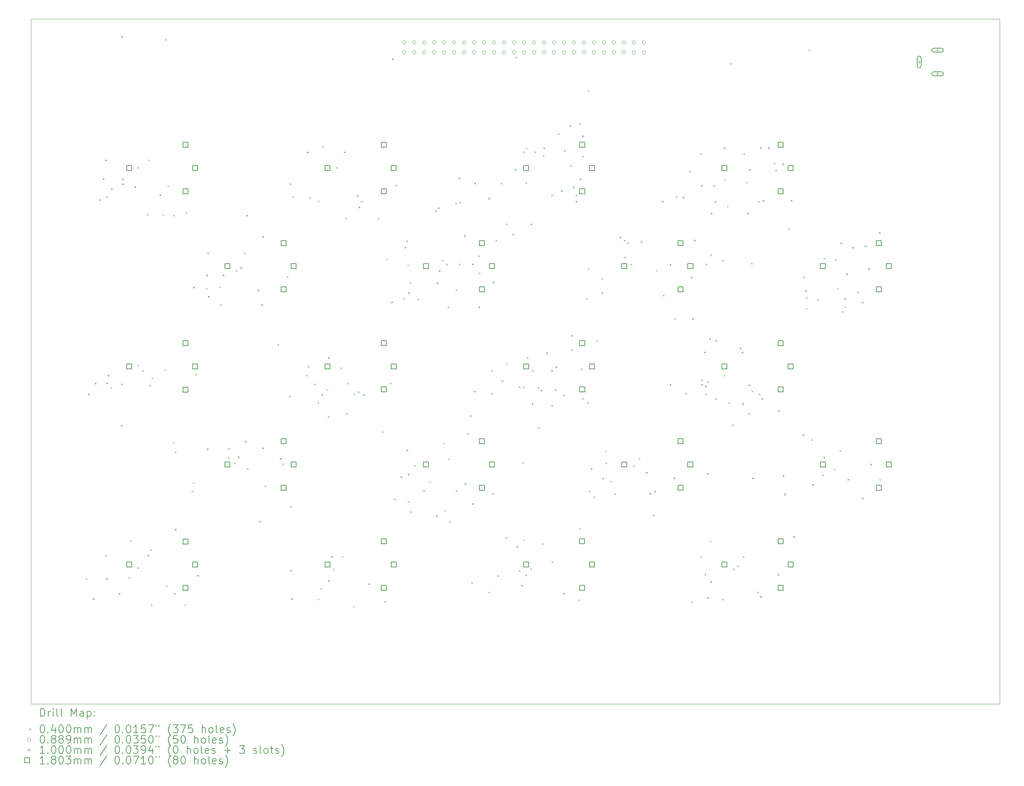
<source format=gbr>
%TF.GenerationSoftware,KiCad,Pcbnew,7.0.2*%
%TF.CreationDate,2023-07-28T09:11:51+01:00*%
%TF.ProjectId,Air quality project,41697220-7175-4616-9c69-74792070726f,rev?*%
%TF.SameCoordinates,Original*%
%TF.FileFunction,Drillmap*%
%TF.FilePolarity,Positive*%
%FSLAX45Y45*%
G04 Gerber Fmt 4.5, Leading zero omitted, Abs format (unit mm)*
G04 Created by KiCad (PCBNEW 7.0.2) date 2023-07-28 09:11:51*
%MOMM*%
%LPD*%
G01*
G04 APERTURE LIST*
%ADD10C,0.100000*%
%ADD11C,0.200000*%
%ADD12C,0.040000*%
%ADD13C,0.088900*%
%ADD14C,0.180340*%
G04 APERTURE END LIST*
D10*
X2000000Y-2000000D02*
X26650000Y-2000000D01*
X26650000Y-19450000D01*
X2000000Y-19450000D01*
X2000000Y-2000000D01*
D11*
D12*
X3388710Y-16242050D02*
X3428710Y-16282050D01*
X3428710Y-16242050D02*
X3388710Y-16282050D01*
X3443640Y-11542740D02*
X3483640Y-11582740D01*
X3483640Y-11542740D02*
X3443640Y-11582740D01*
X3569820Y-16756990D02*
X3609820Y-16796990D01*
X3609820Y-16756990D02*
X3569820Y-16796990D01*
X3621300Y-11265550D02*
X3661300Y-11305550D01*
X3661300Y-11265550D02*
X3621300Y-11305550D01*
X3739920Y-6592020D02*
X3779920Y-6632020D01*
X3779920Y-6592020D02*
X3739920Y-6632020D01*
X3825460Y-6060000D02*
X3865460Y-6100000D01*
X3865460Y-6060000D02*
X3825460Y-6100000D01*
X3887150Y-15649680D02*
X3927150Y-15689680D01*
X3927150Y-15649680D02*
X3887150Y-15689680D01*
X3887720Y-5580190D02*
X3927720Y-5620190D01*
X3927720Y-5580190D02*
X3887720Y-5620190D01*
X3908310Y-16242050D02*
X3948310Y-16282050D01*
X3948310Y-16242050D02*
X3908310Y-16282050D01*
X3911150Y-11261540D02*
X3951150Y-11301540D01*
X3951150Y-11261540D02*
X3911150Y-11301540D01*
X3912730Y-6513780D02*
X3952730Y-6553780D01*
X3952730Y-6513780D02*
X3912730Y-6553780D01*
X3944490Y-11067210D02*
X3984490Y-11107210D01*
X3984490Y-11067210D02*
X3944490Y-11107210D01*
X4016900Y-11380940D02*
X4056900Y-11420940D01*
X4056900Y-11380940D02*
X4016900Y-11420940D01*
X4034250Y-6316420D02*
X4074250Y-6356420D01*
X4074250Y-6316420D02*
X4034250Y-6356420D01*
X4230870Y-16624390D02*
X4270870Y-16664390D01*
X4270870Y-16624390D02*
X4230870Y-16664390D01*
X4286240Y-12344870D02*
X4326240Y-12384870D01*
X4326240Y-12344870D02*
X4286240Y-12384870D01*
X4286710Y-11289630D02*
X4326710Y-11329630D01*
X4326710Y-11289630D02*
X4286710Y-11329630D01*
X4289870Y-2433150D02*
X4329870Y-2473150D01*
X4329870Y-2433150D02*
X4289870Y-2473150D01*
X4311220Y-6061660D02*
X4351220Y-6101660D01*
X4351220Y-6061660D02*
X4311220Y-6101660D01*
X4317040Y-6189320D02*
X4357040Y-6229320D01*
X4357040Y-6189320D02*
X4317040Y-6229320D01*
X4482450Y-16218180D02*
X4522450Y-16258180D01*
X4522450Y-16218180D02*
X4482450Y-16258180D01*
X4514000Y-15270970D02*
X4554000Y-15310970D01*
X4554000Y-15270970D02*
X4514000Y-15310970D01*
X4629340Y-6262010D02*
X4669340Y-6302010D01*
X4669340Y-6262010D02*
X4629340Y-6302010D01*
X4700000Y-15962490D02*
X4740000Y-16002490D01*
X4740000Y-15962490D02*
X4700000Y-16002490D01*
X4701810Y-5769770D02*
X4741810Y-5809770D01*
X4741810Y-5769770D02*
X4701810Y-5809770D01*
X4711870Y-10805290D02*
X4751870Y-10845290D01*
X4751870Y-10805290D02*
X4711870Y-10845290D01*
X4827000Y-10945690D02*
X4867000Y-10985690D01*
X4867000Y-10945690D02*
X4827000Y-10985690D01*
X4945170Y-6961550D02*
X4985170Y-7001550D01*
X4985170Y-6961550D02*
X4945170Y-7001550D01*
X4958660Y-15649680D02*
X4998660Y-15689680D01*
X4998660Y-15649680D02*
X4958660Y-15689680D01*
X4977000Y-5580190D02*
X5017000Y-5620190D01*
X5017000Y-5580190D02*
X4977000Y-5620190D01*
X5005390Y-11317100D02*
X5045390Y-11357100D01*
X5045390Y-11317100D02*
X5005390Y-11357100D01*
X5032040Y-15506540D02*
X5072040Y-15546540D01*
X5072040Y-15506540D02*
X5032040Y-15546540D01*
X5048730Y-16913430D02*
X5088730Y-16953430D01*
X5088730Y-16913430D02*
X5048730Y-16953430D01*
X5068510Y-11134080D02*
X5108510Y-11174080D01*
X5108510Y-11134080D02*
X5068510Y-11174080D01*
X5268230Y-6468450D02*
X5308230Y-6508450D01*
X5308230Y-6468450D02*
X5268230Y-6508450D01*
X5349360Y-6977170D02*
X5389360Y-7017170D01*
X5389360Y-6977170D02*
X5349360Y-7017170D01*
X5391690Y-10922500D02*
X5431690Y-10962500D01*
X5431690Y-10922500D02*
X5391690Y-10962500D01*
X5409050Y-2508560D02*
X5449050Y-2548560D01*
X5449050Y-2508560D02*
X5409050Y-2548560D01*
X5431600Y-16432600D02*
X5471600Y-16472600D01*
X5471600Y-16432600D02*
X5431600Y-16472600D01*
X5465950Y-6239840D02*
X5505950Y-6279840D01*
X5505950Y-6239840D02*
X5465950Y-6279840D01*
X5611460Y-12776310D02*
X5651460Y-12816310D01*
X5651460Y-12776310D02*
X5611460Y-12816310D01*
X5615990Y-6986980D02*
X5655990Y-7026980D01*
X5655990Y-6986980D02*
X5615990Y-7026980D01*
X5636880Y-16624390D02*
X5676880Y-16664390D01*
X5676880Y-16624390D02*
X5636880Y-16664390D01*
X5654640Y-13017060D02*
X5694640Y-13057060D01*
X5694640Y-13017060D02*
X5654640Y-13057060D01*
X5658150Y-14987170D02*
X5698150Y-15027170D01*
X5698150Y-14987170D02*
X5658150Y-15027170D01*
X5914580Y-16913430D02*
X5954580Y-16953430D01*
X5954580Y-16913430D02*
X5914580Y-16953430D01*
X5935090Y-6914290D02*
X5975090Y-6954290D01*
X5975090Y-6914290D02*
X5935090Y-6954290D01*
X6090770Y-14018100D02*
X6130770Y-14058100D01*
X6130770Y-14018100D02*
X6090770Y-14058100D01*
X6119410Y-8816600D02*
X6159410Y-8856600D01*
X6159410Y-8816600D02*
X6119410Y-8856600D01*
X6119490Y-13800040D02*
X6159490Y-13840040D01*
X6159490Y-13800040D02*
X6119490Y-13840040D01*
X6175060Y-11036110D02*
X6215060Y-11076110D01*
X6215060Y-11036110D02*
X6175060Y-11076110D01*
X6235760Y-16163870D02*
X6275760Y-16203870D01*
X6275760Y-16163870D02*
X6235760Y-16203870D01*
X6446220Y-8854400D02*
X6486220Y-8894400D01*
X6486220Y-8854400D02*
X6446220Y-8894400D01*
X6457430Y-8510940D02*
X6497430Y-8550940D01*
X6497430Y-8510940D02*
X6457430Y-8550940D01*
X6474750Y-12944370D02*
X6514750Y-12984370D01*
X6514750Y-12944370D02*
X6474750Y-12984370D01*
X6487650Y-7943580D02*
X6527650Y-7983580D01*
X6527650Y-7943580D02*
X6487650Y-7983580D01*
X6499840Y-9056380D02*
X6539840Y-9096380D01*
X6539840Y-9056380D02*
X6499840Y-9096380D01*
X6788760Y-8813660D02*
X6828760Y-8853660D01*
X6828760Y-8813660D02*
X6788760Y-8853660D01*
X6806700Y-9267890D02*
X6846700Y-9307890D01*
X6846700Y-9267890D02*
X6806700Y-9307890D01*
X6877870Y-8509880D02*
X6917870Y-8549880D01*
X6917870Y-8509880D02*
X6877870Y-8549880D01*
X7014000Y-12922550D02*
X7054000Y-12962550D01*
X7054000Y-12922550D02*
X7014000Y-12962550D01*
X7015200Y-13150810D02*
X7055200Y-13190810D01*
X7055200Y-13150810D02*
X7015200Y-13190810D01*
X7168670Y-13302490D02*
X7208670Y-13342490D01*
X7208670Y-13302490D02*
X7168670Y-13342490D01*
X7208450Y-8396390D02*
X7248450Y-8436390D01*
X7248450Y-8396390D02*
X7208450Y-8436390D01*
X7261760Y-13146100D02*
X7301760Y-13186100D01*
X7301760Y-13146100D02*
X7261760Y-13186100D01*
X7327000Y-8323700D02*
X7367000Y-8363700D01*
X7367000Y-8323700D02*
X7327000Y-8363700D01*
X7411670Y-7943580D02*
X7451670Y-7983580D01*
X7451670Y-7943580D02*
X7411670Y-7983580D01*
X7440120Y-12749520D02*
X7480120Y-12789520D01*
X7480120Y-12749520D02*
X7440120Y-12789520D01*
X7473510Y-6986980D02*
X7513510Y-7026980D01*
X7513510Y-6986980D02*
X7473510Y-7026980D01*
X7497560Y-13440910D02*
X7537560Y-13480910D01*
X7537560Y-13440910D02*
X7497560Y-13480910D01*
X7762000Y-8891860D02*
X7802000Y-8931860D01*
X7802000Y-8891860D02*
X7762000Y-8931860D01*
X7810680Y-14783760D02*
X7850680Y-14823760D01*
X7850680Y-14783760D02*
X7810680Y-14823760D01*
X7855240Y-9267890D02*
X7895240Y-9307890D01*
X7895240Y-9267890D02*
X7855240Y-9307890D01*
X7879380Y-12917250D02*
X7919380Y-12957250D01*
X7919380Y-12917250D02*
X7879380Y-12957250D01*
X7883180Y-7528210D02*
X7923180Y-7568210D01*
X7923180Y-7528210D02*
X7883180Y-7568210D01*
X7946050Y-13880330D02*
X7986050Y-13920330D01*
X7986050Y-13880330D02*
X7946050Y-13920330D01*
X8271220Y-10274840D02*
X8311220Y-10314840D01*
X8311220Y-10274840D02*
X8271220Y-10314840D01*
X8335180Y-13183900D02*
X8375180Y-13223900D01*
X8375180Y-13183900D02*
X8335180Y-13223900D01*
X8400000Y-13323820D02*
X8440000Y-13363820D01*
X8440000Y-13323820D02*
X8400000Y-13363820D01*
X8502690Y-8553950D02*
X8542690Y-8593950D01*
X8542690Y-8553950D02*
X8502690Y-8593950D01*
X8563280Y-11595750D02*
X8603280Y-11635750D01*
X8603280Y-11595750D02*
X8563280Y-11635750D01*
X8576220Y-6185420D02*
X8616220Y-6225420D01*
X8616220Y-6185420D02*
X8576220Y-6225420D01*
X8594880Y-14404160D02*
X8634880Y-14444160D01*
X8634880Y-14404160D02*
X8594880Y-14444160D01*
X8606470Y-16033310D02*
X8646470Y-16073310D01*
X8646470Y-16033310D02*
X8606470Y-16073310D01*
X8616670Y-16750710D02*
X8656670Y-16790710D01*
X8656670Y-16750710D02*
X8616670Y-16790710D01*
X8653920Y-6507570D02*
X8693920Y-6547570D01*
X8693920Y-6507570D02*
X8653920Y-6547570D01*
X9001660Y-11059050D02*
X9041660Y-11099050D01*
X9041660Y-11059050D02*
X9001660Y-11099050D01*
X9017300Y-5376490D02*
X9057300Y-5416490D01*
X9057300Y-5376490D02*
X9017300Y-5416490D01*
X9046510Y-10832280D02*
X9086510Y-10872280D01*
X9086510Y-10832280D02*
X9046510Y-10872280D01*
X9085960Y-6530250D02*
X9125960Y-6570250D01*
X9125960Y-6530250D02*
X9085960Y-6570250D01*
X9208010Y-11291120D02*
X9248010Y-11331120D01*
X9248010Y-11291120D02*
X9208010Y-11331120D01*
X9292500Y-11758800D02*
X9332500Y-11798800D01*
X9332500Y-11758800D02*
X9292500Y-11798800D01*
X9293290Y-16764890D02*
X9333290Y-16804890D01*
X9333290Y-16764890D02*
X9293290Y-16804890D01*
X9295540Y-6625660D02*
X9335540Y-6665660D01*
X9335540Y-6625660D02*
X9295540Y-6665660D01*
X9368340Y-16499500D02*
X9408340Y-16539500D01*
X9408340Y-16499500D02*
X9368340Y-16539500D01*
X9387290Y-11552700D02*
X9427290Y-11592700D01*
X9427290Y-11552700D02*
X9387290Y-11592700D01*
X9411050Y-5234850D02*
X9451050Y-5274850D01*
X9451050Y-5234850D02*
X9411050Y-5274850D01*
X9523030Y-11439760D02*
X9563030Y-11479760D01*
X9563030Y-11439760D02*
X9523030Y-11479760D01*
X9549550Y-12111020D02*
X9589550Y-12151020D01*
X9589550Y-12111020D02*
X9549550Y-12151020D01*
X9555620Y-16295850D02*
X9595620Y-16335850D01*
X9595620Y-16295850D02*
X9555620Y-16335850D01*
X9555840Y-10615920D02*
X9595840Y-10655920D01*
X9595840Y-10615920D02*
X9555840Y-10655920D01*
X9633900Y-15680240D02*
X9673900Y-15720240D01*
X9673900Y-15680240D02*
X9633900Y-15720240D01*
X9676370Y-16003450D02*
X9716370Y-16043450D01*
X9716370Y-16003450D02*
X9676370Y-16043450D01*
X9761910Y-5770150D02*
X9801910Y-5810150D01*
X9801910Y-5770150D02*
X9761910Y-5810150D01*
X9877000Y-10874980D02*
X9917000Y-10914980D01*
X9917000Y-10874980D02*
X9877000Y-10914980D01*
X9913080Y-15680240D02*
X9953080Y-15720240D01*
X9953080Y-15680240D02*
X9913080Y-15720240D01*
X9956510Y-5376490D02*
X9996510Y-5416490D01*
X9996510Y-5376490D02*
X9956510Y-5416490D01*
X10000210Y-7057720D02*
X10040210Y-7097720D01*
X10040210Y-7057720D02*
X10000210Y-7097720D01*
X10017440Y-12037960D02*
X10057440Y-12077960D01*
X10057440Y-12037960D02*
X10017440Y-12077960D01*
X10052060Y-11263000D02*
X10092060Y-11303000D01*
X10092060Y-11263000D02*
X10052060Y-11303000D01*
X10190500Y-16950110D02*
X10230500Y-16990110D01*
X10230500Y-16950110D02*
X10190500Y-16990110D01*
X10207630Y-11539890D02*
X10247630Y-11579890D01*
X10247630Y-11539890D02*
X10207630Y-11579890D01*
X10292070Y-6484290D02*
X10332070Y-6524290D01*
X10332070Y-6484290D02*
X10292070Y-6524290D01*
X10312000Y-11484700D02*
X10352000Y-11524700D01*
X10352000Y-11484700D02*
X10312000Y-11524700D01*
X10335350Y-6777620D02*
X10375350Y-6817620D01*
X10375350Y-6777620D02*
X10335350Y-6817620D01*
X10400170Y-6632220D02*
X10440170Y-6672220D01*
X10440170Y-6632220D02*
X10400170Y-6672220D01*
X10454270Y-11552920D02*
X10494270Y-11592920D01*
X10494270Y-11552920D02*
X10454270Y-11592920D01*
X10581970Y-16379270D02*
X10621970Y-16419270D01*
X10621970Y-16379270D02*
X10581970Y-16419270D01*
X10822850Y-7057720D02*
X10862850Y-7097720D01*
X10862850Y-7057720D02*
X10822850Y-7097720D01*
X10922980Y-12501820D02*
X10962980Y-12541820D01*
X10962980Y-12501820D02*
X10922980Y-12541820D01*
X10990450Y-16830030D02*
X11030450Y-16870030D01*
X11030450Y-16830030D02*
X10990450Y-16870030D01*
X11047520Y-8103940D02*
X11087520Y-8143940D01*
X11087520Y-8103940D02*
X11047520Y-8143940D01*
X11136900Y-11263000D02*
X11176900Y-11303000D01*
X11176900Y-11263000D02*
X11136900Y-11303000D01*
X11165370Y-9199110D02*
X11205370Y-9239110D01*
X11205370Y-9199110D02*
X11165370Y-9239110D01*
X11184720Y-3007040D02*
X11224720Y-3047040D01*
X11224720Y-3007040D02*
X11184720Y-3047040D01*
X11235350Y-14219670D02*
X11275350Y-14259670D01*
X11275350Y-14219670D02*
X11235350Y-14259670D01*
X11279420Y-6220010D02*
X11319420Y-6260010D01*
X11319420Y-6220010D02*
X11279420Y-6260010D01*
X11402450Y-13654120D02*
X11442450Y-13694120D01*
X11442450Y-13654120D02*
X11402450Y-13694120D01*
X11471450Y-9106680D02*
X11511450Y-9146680D01*
X11511450Y-9106680D02*
X11471450Y-9146680D01*
X11503420Y-7800020D02*
X11543420Y-7840020D01*
X11543420Y-7800020D02*
X11503420Y-7840020D01*
X11549670Y-7639220D02*
X11589670Y-7679220D01*
X11589670Y-7639220D02*
X11549670Y-7679220D01*
X11549670Y-12970870D02*
X11589670Y-13010870D01*
X11589670Y-12970870D02*
X11549670Y-13010870D01*
X11579030Y-8255990D02*
X11619030Y-8295990D01*
X11619030Y-8255990D02*
X11579030Y-8295990D01*
X11587930Y-13586520D02*
X11627930Y-13626520D01*
X11627930Y-13586520D02*
X11587930Y-13626520D01*
X11594400Y-14280490D02*
X11634400Y-14320490D01*
X11634400Y-14280490D02*
X11594400Y-14320490D01*
X11597110Y-8961630D02*
X11637110Y-9001630D01*
X11637110Y-8961630D02*
X11597110Y-9001630D01*
X11638020Y-8698110D02*
X11678020Y-8738110D01*
X11678020Y-8698110D02*
X11638020Y-8738110D01*
X11652210Y-14540200D02*
X11692210Y-14580200D01*
X11692210Y-14540200D02*
X11652210Y-14580200D01*
X11745400Y-13362420D02*
X11785400Y-13402420D01*
X11785400Y-13362420D02*
X11745400Y-13402420D01*
X11840430Y-9125750D02*
X11880430Y-9165750D01*
X11880430Y-9125750D02*
X11840430Y-9165750D01*
X11982170Y-13996920D02*
X12022170Y-14036920D01*
X12022170Y-13996920D02*
X11982170Y-14036920D01*
X12137890Y-13782930D02*
X12177890Y-13822930D01*
X12177890Y-13782930D02*
X12137890Y-13822930D01*
X12281970Y-6872160D02*
X12321970Y-6912160D01*
X12321970Y-6872160D02*
X12281970Y-6912160D01*
X12303140Y-14648520D02*
X12343140Y-14688520D01*
X12343140Y-14648520D02*
X12303140Y-14688520D01*
X12322710Y-8712950D02*
X12362710Y-8752950D01*
X12362710Y-8712950D02*
X12322710Y-8752950D01*
X12355540Y-6798600D02*
X12395540Y-6838600D01*
X12395540Y-6798600D02*
X12355540Y-6838600D01*
X12377000Y-8393830D02*
X12417000Y-8433830D01*
X12417000Y-8393830D02*
X12377000Y-8433830D01*
X12459330Y-8133690D02*
X12499330Y-8173690D01*
X12499330Y-8133690D02*
X12459330Y-8173690D01*
X12486180Y-12793770D02*
X12526180Y-12833770D01*
X12526180Y-12793770D02*
X12486180Y-12833770D01*
X12519150Y-14503970D02*
X12559150Y-14543970D01*
X12559150Y-14503970D02*
X12519150Y-14543970D01*
X12569020Y-8235620D02*
X12609020Y-8275620D01*
X12609020Y-8235620D02*
X12569020Y-8275620D01*
X12601190Y-9325800D02*
X12641190Y-9365800D01*
X12641190Y-9325800D02*
X12601190Y-9365800D01*
X12612400Y-13200320D02*
X12652400Y-13240320D01*
X12652400Y-13200320D02*
X12612400Y-13240320D01*
X12631050Y-14795060D02*
X12671050Y-14835060D01*
X12671050Y-14795060D02*
X12631050Y-14835060D01*
X12795590Y-6676280D02*
X12835590Y-6716280D01*
X12835590Y-6676280D02*
X12795590Y-6716280D01*
X12812000Y-13998890D02*
X12852000Y-14038890D01*
X12852000Y-13998890D02*
X12812000Y-14038890D01*
X12812830Y-8887800D02*
X12852830Y-8927800D01*
X12852830Y-8887800D02*
X12812830Y-8927800D01*
X12881820Y-6038070D02*
X12921820Y-6078070D01*
X12921820Y-6038070D02*
X12881820Y-6078070D01*
X12887370Y-8235620D02*
X12927370Y-8275620D01*
X12927370Y-8235620D02*
X12887370Y-8275620D01*
X12898700Y-6648500D02*
X12938700Y-6688500D01*
X12938700Y-6648500D02*
X12898700Y-6688500D01*
X13020170Y-7507480D02*
X13060170Y-7547480D01*
X13060170Y-7507480D02*
X13020170Y-7547480D01*
X13027070Y-13821880D02*
X13067070Y-13861880D01*
X13067070Y-13821880D02*
X13027070Y-13861880D01*
X13088870Y-12541780D02*
X13128870Y-12581780D01*
X13128870Y-12541780D02*
X13088870Y-12581780D01*
X13163710Y-12094570D02*
X13203710Y-12134570D01*
X13203710Y-12094570D02*
X13163710Y-12134570D01*
X13204130Y-16344220D02*
X13244130Y-16384220D01*
X13244130Y-16344220D02*
X13204130Y-16384220D01*
X13217120Y-8229830D02*
X13257120Y-8269830D01*
X13257120Y-8229830D02*
X13217120Y-8269830D01*
X13219090Y-14334810D02*
X13259090Y-14374810D01*
X13259090Y-14334810D02*
X13219090Y-14374810D01*
X13268280Y-11472730D02*
X13308280Y-11512730D01*
X13308280Y-11472730D02*
X13268280Y-11512730D01*
X13282170Y-6166050D02*
X13322170Y-6206050D01*
X13322170Y-6166050D02*
X13282170Y-6206050D01*
X13381350Y-8025270D02*
X13421350Y-8065270D01*
X13421350Y-8025270D02*
X13381350Y-8065270D01*
X13383260Y-9325800D02*
X13423260Y-9365800D01*
X13423260Y-9325800D02*
X13383260Y-9365800D01*
X13396130Y-8465230D02*
X13436130Y-8505230D01*
X13436130Y-8465230D02*
X13396130Y-8505230D01*
X13637180Y-6558810D02*
X13677180Y-6598810D01*
X13677180Y-6558810D02*
X13637180Y-6598810D01*
X13644270Y-16592250D02*
X13684270Y-16632250D01*
X13684270Y-16592250D02*
X13644270Y-16632250D01*
X13708300Y-10943910D02*
X13748300Y-10983910D01*
X13748300Y-10943910D02*
X13708300Y-10983910D01*
X13712250Y-11518520D02*
X13752250Y-11558520D01*
X13752250Y-11518520D02*
X13712250Y-11558520D01*
X13732600Y-14077780D02*
X13772600Y-14117780D01*
X13772600Y-14077780D02*
X13732600Y-14117780D01*
X13748420Y-8692460D02*
X13788420Y-8732460D01*
X13788420Y-8692460D02*
X13748420Y-8732460D01*
X13820760Y-7622980D02*
X13860760Y-7662980D01*
X13860760Y-7622980D02*
X13820760Y-7662980D01*
X13860380Y-16169610D02*
X13900380Y-16209610D01*
X13900380Y-16169610D02*
X13860380Y-16209610D01*
X13956510Y-6166050D02*
X13996510Y-6206050D01*
X13996510Y-6166050D02*
X13956510Y-6206050D01*
X13975000Y-11206840D02*
X14015000Y-11246840D01*
X14015000Y-11206840D02*
X13975000Y-11246840D01*
X14084770Y-15192830D02*
X14124770Y-15232830D01*
X14124770Y-15192830D02*
X14084770Y-15232830D01*
X14086000Y-10770650D02*
X14126000Y-10810650D01*
X14126000Y-10770650D02*
X14086000Y-10810650D01*
X14088080Y-7210650D02*
X14128080Y-7250650D01*
X14128080Y-7210650D02*
X14088080Y-7250650D01*
X14252160Y-7469080D02*
X14292160Y-7509080D01*
X14292160Y-7469080D02*
X14252160Y-7509080D01*
X14300390Y-5817970D02*
X14340390Y-5857970D01*
X14340390Y-5817970D02*
X14300390Y-5857970D01*
X14334960Y-2959170D02*
X14374960Y-2999170D01*
X14374960Y-2959170D02*
X14334960Y-2999170D01*
X14353690Y-15427020D02*
X14393690Y-15467020D01*
X14393690Y-15427020D02*
X14353690Y-15467020D01*
X14409710Y-16040340D02*
X14449710Y-16080340D01*
X14449710Y-16040340D02*
X14409710Y-16080340D01*
X14410950Y-11355580D02*
X14450950Y-11395580D01*
X14450950Y-11355580D02*
X14410950Y-11395580D01*
X14469350Y-16417950D02*
X14509350Y-16457950D01*
X14509350Y-16417950D02*
X14469350Y-16457950D01*
X14504050Y-13285720D02*
X14544050Y-13325720D01*
X14544050Y-13285720D02*
X14504050Y-13325720D01*
X14511140Y-11358180D02*
X14551140Y-11398180D01*
X14551140Y-11358180D02*
X14511140Y-11398180D01*
X14518420Y-15256720D02*
X14558420Y-15296720D01*
X14558420Y-15256720D02*
X14518420Y-15296720D01*
X14530920Y-5371460D02*
X14570920Y-5411460D01*
X14570920Y-5371460D02*
X14530920Y-5411460D01*
X14580040Y-6158550D02*
X14620040Y-6198550D01*
X14620040Y-6158550D02*
X14580040Y-6198550D01*
X14581010Y-16152450D02*
X14621010Y-16192450D01*
X14621010Y-16152450D02*
X14581010Y-16192450D01*
X14593930Y-5274880D02*
X14633930Y-5314880D01*
X14633930Y-5274880D02*
X14593930Y-5314880D01*
X14617620Y-10622610D02*
X14657620Y-10662610D01*
X14657620Y-10622610D02*
X14617620Y-10662610D01*
X14710660Y-15997140D02*
X14750660Y-16037140D01*
X14750660Y-15997140D02*
X14710660Y-16037140D01*
X14713630Y-7210650D02*
X14753630Y-7250650D01*
X14753630Y-7210650D02*
X14713630Y-7250650D01*
X14738260Y-11787600D02*
X14778260Y-11827600D01*
X14778260Y-11787600D02*
X14738260Y-11827600D01*
X14748810Y-10946140D02*
X14788810Y-10986140D01*
X14788810Y-10946140D02*
X14748810Y-10986140D01*
X14807000Y-5371490D02*
X14847000Y-5411490D01*
X14847000Y-5371490D02*
X14807000Y-5411490D01*
X14892780Y-11375600D02*
X14932780Y-11415600D01*
X14932780Y-11375600D02*
X14892780Y-11415600D01*
X14900240Y-12388620D02*
X14940240Y-12428620D01*
X14940240Y-12388620D02*
X14900240Y-12428620D01*
X14967800Y-11442920D02*
X15007800Y-11482920D01*
X15007800Y-11442920D02*
X14967800Y-11482920D01*
X15007080Y-15351980D02*
X15047080Y-15391980D01*
X15047080Y-15351980D02*
X15007080Y-15391980D01*
X15020270Y-5463700D02*
X15060270Y-5503700D01*
X15060270Y-5463700D02*
X15020270Y-5503700D01*
X15038260Y-5274880D02*
X15078260Y-5314880D01*
X15078260Y-5274880D02*
X15038260Y-5314880D01*
X15111430Y-10495230D02*
X15151430Y-10535230D01*
X15151430Y-10495230D02*
X15111430Y-10535230D01*
X15236770Y-10946140D02*
X15276770Y-10986140D01*
X15276770Y-10946140D02*
X15236770Y-10986140D01*
X15241700Y-6471980D02*
X15281700Y-6511980D01*
X15281700Y-6471980D02*
X15241700Y-6511980D01*
X15244790Y-11833500D02*
X15284790Y-11873500D01*
X15284790Y-11833500D02*
X15244790Y-11873500D01*
X15249320Y-15814650D02*
X15289320Y-15854650D01*
X15289320Y-15814650D02*
X15249320Y-15854650D01*
X15326850Y-11429380D02*
X15366850Y-11469380D01*
X15366850Y-11429380D02*
X15326850Y-11469380D01*
X15345200Y-10855180D02*
X15385200Y-10895180D01*
X15385200Y-10855180D02*
X15345200Y-10895180D01*
X15400100Y-4905730D02*
X15440100Y-4945730D01*
X15440100Y-4905730D02*
X15400100Y-4945730D01*
X15482490Y-6361020D02*
X15522490Y-6401020D01*
X15522490Y-6361020D02*
X15482490Y-6401020D01*
X15537140Y-16620610D02*
X15577140Y-16660610D01*
X15577140Y-16620610D02*
X15537140Y-16660610D01*
X15538890Y-11569190D02*
X15578890Y-11609190D01*
X15578890Y-11569190D02*
X15538890Y-11609190D01*
X15558340Y-5336620D02*
X15598340Y-5376620D01*
X15598340Y-5336620D02*
X15558340Y-5376620D01*
X15702440Y-4705700D02*
X15742440Y-4745700D01*
X15742440Y-4705700D02*
X15702440Y-4745700D01*
X15723550Y-5719310D02*
X15763550Y-5759310D01*
X15763550Y-5719310D02*
X15723550Y-5759310D01*
X15746910Y-10050900D02*
X15786910Y-10090900D01*
X15786910Y-10050900D02*
X15746910Y-10090900D01*
X15750640Y-10410140D02*
X15790640Y-10450140D01*
X15790640Y-10410140D02*
X15750640Y-10450140D01*
X15788200Y-6268230D02*
X15828200Y-6308230D01*
X15828200Y-6268230D02*
X15788200Y-6308230D01*
X15860100Y-6471980D02*
X15900100Y-6511980D01*
X15900100Y-6471980D02*
X15860100Y-6511980D01*
X15860100Y-6629050D02*
X15900100Y-6669050D01*
X15900100Y-6629050D02*
X15860100Y-6669050D01*
X15925490Y-16786110D02*
X15965490Y-16826110D01*
X15965490Y-16786110D02*
X15925490Y-16826110D01*
X15949580Y-14961300D02*
X15989580Y-15001300D01*
X15989580Y-14961300D02*
X15949580Y-15001300D01*
X15952200Y-4649750D02*
X15992200Y-4689750D01*
X15992200Y-4649750D02*
X15952200Y-4689750D01*
X15960270Y-6062170D02*
X16000270Y-6102170D01*
X16000270Y-6062170D02*
X15960270Y-6102170D01*
X15997410Y-10903420D02*
X16037410Y-10943420D01*
X16037410Y-10903420D02*
X15997410Y-10943420D01*
X16022000Y-11651710D02*
X16062000Y-11691710D01*
X16062000Y-11651710D02*
X16022000Y-11691710D01*
X16025670Y-4965210D02*
X16065670Y-5005210D01*
X16065670Y-4965210D02*
X16025670Y-5005210D01*
X16028490Y-5485430D02*
X16068490Y-5525430D01*
X16068490Y-5485430D02*
X16028490Y-5525430D01*
X16120770Y-9117600D02*
X16160770Y-9157600D01*
X16160770Y-9117600D02*
X16120770Y-9157600D01*
X16150730Y-11758450D02*
X16190730Y-11798450D01*
X16190730Y-11758450D02*
X16150730Y-11798450D01*
X16166470Y-3817120D02*
X16206470Y-3857120D01*
X16206470Y-3817120D02*
X16166470Y-3857120D01*
X16167430Y-8345770D02*
X16207430Y-8385770D01*
X16207430Y-8345770D02*
X16167430Y-8385770D01*
X16190850Y-14018120D02*
X16230850Y-14058120D01*
X16230850Y-14018120D02*
X16190850Y-14058120D01*
X16244600Y-13443400D02*
X16284600Y-13483400D01*
X16284600Y-13443400D02*
X16244600Y-13483400D01*
X16316170Y-14168230D02*
X16356170Y-14208230D01*
X16356170Y-14168230D02*
X16316170Y-14208230D01*
X16389780Y-10185170D02*
X16429780Y-10225170D01*
X16429780Y-10185170D02*
X16389780Y-10225170D01*
X16515040Y-8601840D02*
X16555040Y-8641840D01*
X16555040Y-8601840D02*
X16515040Y-8641840D01*
X16515360Y-8960850D02*
X16555360Y-9000850D01*
X16555360Y-8960850D02*
X16515360Y-9000850D01*
X16537960Y-13692040D02*
X16577960Y-13732040D01*
X16577960Y-13692040D02*
X16537960Y-13732040D01*
X16601340Y-12997370D02*
X16641340Y-13037370D01*
X16641340Y-12997370D02*
X16601340Y-13037370D01*
X16619600Y-13295980D02*
X16659600Y-13335980D01*
X16659600Y-13295980D02*
X16619600Y-13335980D01*
X16731300Y-13765760D02*
X16771300Y-13805760D01*
X16771300Y-13765760D02*
X16731300Y-13805760D01*
X16843910Y-14085790D02*
X16883910Y-14125790D01*
X16883910Y-14085790D02*
X16843910Y-14125790D01*
X16976690Y-7544770D02*
X17016690Y-7584770D01*
X17016690Y-7544770D02*
X16976690Y-7584770D01*
X17085310Y-7623410D02*
X17125310Y-7663410D01*
X17125310Y-7623410D02*
X17085310Y-7663410D01*
X17097590Y-8056440D02*
X17137590Y-8096440D01*
X17137590Y-8056440D02*
X17097590Y-8096440D01*
X17170480Y-7682260D02*
X17210480Y-7722260D01*
X17210480Y-7682260D02*
X17170480Y-7722260D01*
X17257000Y-8232220D02*
X17297000Y-8272220D01*
X17297000Y-8232220D02*
X17257000Y-8272220D01*
X17313500Y-13370700D02*
X17353500Y-13410700D01*
X17353500Y-13370700D02*
X17313500Y-13410700D01*
X17464000Y-13181740D02*
X17504000Y-13221740D01*
X17504000Y-13181740D02*
X17464000Y-13221740D01*
X17515660Y-7656440D02*
X17555660Y-7696440D01*
X17555660Y-7656440D02*
X17515660Y-7696440D01*
X17647450Y-13538870D02*
X17687450Y-13578870D01*
X17687450Y-13538870D02*
X17647450Y-13578870D01*
X17742550Y-14071370D02*
X17782550Y-14111370D01*
X17782550Y-14071370D02*
X17742550Y-14111370D01*
X17823450Y-14625270D02*
X17863450Y-14665270D01*
X17863450Y-14625270D02*
X17823450Y-14665270D01*
X17862000Y-14014870D02*
X17902000Y-14054870D01*
X17902000Y-14014870D02*
X17862000Y-14054870D01*
X17905750Y-8390330D02*
X17945750Y-8430330D01*
X17945750Y-8390330D02*
X17905750Y-8430330D01*
X18054100Y-6630810D02*
X18094100Y-6670810D01*
X18094100Y-6630810D02*
X18054100Y-6670810D01*
X18081030Y-9019970D02*
X18121030Y-9059970D01*
X18121030Y-9019970D02*
X18081030Y-9059970D01*
X18250750Y-11300470D02*
X18290750Y-11340470D01*
X18290750Y-11300470D02*
X18250750Y-11340470D01*
X18250880Y-8242350D02*
X18290880Y-8282350D01*
X18290880Y-8242350D02*
X18250880Y-8282350D01*
X18348750Y-13682770D02*
X18388750Y-13722770D01*
X18388750Y-13682770D02*
X18348750Y-13722770D01*
X18375190Y-9623160D02*
X18415190Y-9663160D01*
X18415190Y-9623160D02*
X18375190Y-9663160D01*
X18408040Y-6504590D02*
X18448040Y-6544590D01*
X18448040Y-6504590D02*
X18408040Y-6544590D01*
X18582230Y-6533300D02*
X18622230Y-6573300D01*
X18622230Y-6533300D02*
X18582230Y-6573300D01*
X18646470Y-11520690D02*
X18686470Y-11560690D01*
X18686470Y-11520690D02*
X18646470Y-11560690D01*
X18747610Y-5862740D02*
X18787610Y-5902740D01*
X18787610Y-5862740D02*
X18747610Y-5902740D01*
X18789190Y-8569590D02*
X18829190Y-8609590D01*
X18829190Y-8569590D02*
X18789190Y-8609590D01*
X18804010Y-16838250D02*
X18844010Y-16878250D01*
X18844010Y-16838250D02*
X18804010Y-16878250D01*
X18827340Y-9623160D02*
X18867340Y-9663160D01*
X18867340Y-9623160D02*
X18827340Y-9663160D01*
X18870890Y-7622850D02*
X18910890Y-7662850D01*
X18910890Y-7622850D02*
X18870890Y-7662850D01*
X19036680Y-15682270D02*
X19076680Y-15722270D01*
X19076680Y-15682270D02*
X19036680Y-15722270D01*
X19036910Y-5416150D02*
X19076910Y-5456150D01*
X19076910Y-5416150D02*
X19036910Y-5456150D01*
X19047430Y-6228270D02*
X19087430Y-6268270D01*
X19087430Y-6228270D02*
X19047430Y-6268270D01*
X19049790Y-11294130D02*
X19089790Y-11334130D01*
X19089790Y-11294130D02*
X19049790Y-11334130D01*
X19059200Y-11178040D02*
X19099200Y-11218040D01*
X19099200Y-11178040D02*
X19059200Y-11218040D01*
X19129970Y-10474690D02*
X19169970Y-10514690D01*
X19169970Y-10474690D02*
X19129970Y-10514690D01*
X19140120Y-16135510D02*
X19180120Y-16175510D01*
X19180120Y-16135510D02*
X19140120Y-16175510D01*
X19148450Y-11340900D02*
X19188450Y-11380900D01*
X19188450Y-11340900D02*
X19148450Y-11380900D01*
X19152500Y-11544440D02*
X19192500Y-11584440D01*
X19192500Y-11544440D02*
X19152500Y-11584440D01*
X19168920Y-8233070D02*
X19208920Y-8273070D01*
X19208920Y-8233070D02*
X19168920Y-8273070D01*
X19200460Y-13569240D02*
X19240460Y-13609240D01*
X19240460Y-13569240D02*
X19200460Y-13609240D01*
X19205580Y-11223180D02*
X19245580Y-11263180D01*
X19245580Y-11223180D02*
X19205580Y-11263180D01*
X19207630Y-16726420D02*
X19247630Y-16766420D01*
X19247630Y-16726420D02*
X19207630Y-16766420D01*
X19265610Y-10130170D02*
X19305610Y-10170170D01*
X19305610Y-10130170D02*
X19265610Y-10170170D01*
X19271390Y-15289320D02*
X19311390Y-15329320D01*
X19311390Y-15289320D02*
X19271390Y-15329320D01*
X19285620Y-16316930D02*
X19325620Y-16356930D01*
X19325620Y-16316930D02*
X19285620Y-16356930D01*
X19289490Y-7999450D02*
X19329490Y-8039450D01*
X19329490Y-7999450D02*
X19289490Y-8039450D01*
X19297000Y-6934860D02*
X19337000Y-6974860D01*
X19337000Y-6934860D02*
X19297000Y-6974860D01*
X19362670Y-6230430D02*
X19402670Y-6270430D01*
X19402670Y-6230430D02*
X19362670Y-6270430D01*
X19394320Y-6640100D02*
X19434320Y-6680100D01*
X19434320Y-6640100D02*
X19394320Y-6680100D01*
X19410270Y-11655410D02*
X19450270Y-11695410D01*
X19450270Y-11655410D02*
X19410270Y-11695410D01*
X19416310Y-10176740D02*
X19456310Y-10216740D01*
X19456310Y-10176740D02*
X19416310Y-10216740D01*
X19584940Y-8131040D02*
X19624940Y-8171040D01*
X19624940Y-8131040D02*
X19584940Y-8171040D01*
X19585490Y-16765560D02*
X19625490Y-16805560D01*
X19625490Y-16765560D02*
X19585490Y-16805560D01*
X19628820Y-5274920D02*
X19668820Y-5314920D01*
X19668820Y-5274920D02*
X19628820Y-5314920D01*
X19630480Y-11061010D02*
X19670480Y-11101010D01*
X19670480Y-11061010D02*
X19630480Y-11101010D01*
X19632270Y-6078450D02*
X19672270Y-6118450D01*
X19672270Y-6078450D02*
X19632270Y-6118450D01*
X19708380Y-6757060D02*
X19748380Y-6797060D01*
X19748380Y-6757060D02*
X19708380Y-6797060D01*
X19748150Y-11766520D02*
X19788150Y-11806520D01*
X19788150Y-11766520D02*
X19748150Y-11806520D01*
X19796000Y-3121720D02*
X19836000Y-3161720D01*
X19836000Y-3121720D02*
X19796000Y-3161720D01*
X19839360Y-12333840D02*
X19879360Y-12373840D01*
X19879360Y-12333840D02*
X19839360Y-12373840D01*
X19861970Y-15995940D02*
X19901970Y-16035940D01*
X19901970Y-15995940D02*
X19861970Y-16035940D01*
X19977000Y-15920010D02*
X20017000Y-15960010D01*
X20017000Y-15920010D02*
X19977000Y-15960010D01*
X20032430Y-10371270D02*
X20072430Y-10411270D01*
X20072430Y-10371270D02*
X20032430Y-10411270D01*
X20084240Y-10474690D02*
X20124240Y-10514690D01*
X20124240Y-10474690D02*
X20084240Y-10514690D01*
X20097620Y-11788660D02*
X20137620Y-11828660D01*
X20137620Y-11788660D02*
X20097620Y-11828660D01*
X20112750Y-15682270D02*
X20152750Y-15722270D01*
X20152750Y-15682270D02*
X20112750Y-15722270D01*
X20127280Y-5416150D02*
X20167280Y-5456150D01*
X20167280Y-5416150D02*
X20127280Y-5456150D01*
X20197450Y-6144080D02*
X20237450Y-6184080D01*
X20237450Y-6144080D02*
X20197450Y-6184080D01*
X20229850Y-6934860D02*
X20269850Y-6974860D01*
X20269850Y-6934860D02*
X20229850Y-6974860D01*
X20253810Y-12035580D02*
X20293810Y-12075580D01*
X20293810Y-12035580D02*
X20253810Y-12075580D01*
X20255260Y-11311040D02*
X20295260Y-11351040D01*
X20295260Y-11311040D02*
X20255260Y-11351040D01*
X20273340Y-5826260D02*
X20313340Y-5866260D01*
X20313340Y-5826260D02*
X20273340Y-5866260D01*
X20323530Y-8207060D02*
X20363530Y-8247060D01*
X20363530Y-8207060D02*
X20323530Y-8247060D01*
X20336680Y-11465750D02*
X20376680Y-11505750D01*
X20376680Y-11465750D02*
X20336680Y-11505750D01*
X20347000Y-13682770D02*
X20387000Y-13722770D01*
X20387000Y-13682770D02*
X20347000Y-13722770D01*
X20479820Y-16593180D02*
X20519820Y-16633180D01*
X20519820Y-16593180D02*
X20479820Y-16633180D01*
X20499640Y-6634960D02*
X20539640Y-6674960D01*
X20539640Y-6634960D02*
X20499640Y-6674960D01*
X20514390Y-11544600D02*
X20554390Y-11584600D01*
X20554390Y-11544600D02*
X20514390Y-11584600D01*
X20551800Y-5267250D02*
X20591800Y-5307250D01*
X20591800Y-5267250D02*
X20551800Y-5307250D01*
X20553000Y-16696120D02*
X20593000Y-16736120D01*
X20593000Y-16696120D02*
X20553000Y-16736120D01*
X20588650Y-11655410D02*
X20628650Y-11695410D01*
X20628650Y-11655410D02*
X20588650Y-11695410D01*
X20619220Y-6612370D02*
X20659220Y-6652370D01*
X20659220Y-6612370D02*
X20619220Y-6652370D01*
X20758390Y-5271400D02*
X20798390Y-5311400D01*
X20798390Y-5271400D02*
X20758390Y-5311400D01*
X20897410Y-5659990D02*
X20937410Y-5699990D01*
X20937410Y-5659990D02*
X20897410Y-5699990D01*
X20938620Y-5840480D02*
X20978620Y-5880480D01*
X20978620Y-5840480D02*
X20938620Y-5880480D01*
X21002130Y-16137520D02*
X21042130Y-16177520D01*
X21042130Y-16137520D02*
X21002130Y-16177520D01*
X21011870Y-11965020D02*
X21051870Y-12005020D01*
X21051870Y-11965020D02*
X21011870Y-12005020D01*
X21114520Y-5675270D02*
X21154520Y-5715270D01*
X21154520Y-5675270D02*
X21114520Y-5715270D01*
X21123900Y-13622040D02*
X21163900Y-13662040D01*
X21163900Y-13622040D02*
X21123900Y-13662040D01*
X21163160Y-14095810D02*
X21203160Y-14135810D01*
X21203160Y-14095810D02*
X21163160Y-14135810D01*
X21268640Y-7329970D02*
X21308640Y-7369970D01*
X21308640Y-7329970D02*
X21268640Y-7369970D01*
X21334050Y-6608480D02*
X21374050Y-6648480D01*
X21374050Y-6608480D02*
X21334050Y-6648480D01*
X21396680Y-15172410D02*
X21436680Y-15212410D01*
X21436680Y-15172410D02*
X21396680Y-15212410D01*
X21636330Y-12581180D02*
X21676330Y-12621180D01*
X21676330Y-12581180D02*
X21636330Y-12621180D01*
X21639930Y-8552910D02*
X21679930Y-8592910D01*
X21679930Y-8552910D02*
X21639930Y-8592910D01*
X21697710Y-8909950D02*
X21737710Y-8949950D01*
X21737710Y-8909950D02*
X21697710Y-8949950D01*
X21717100Y-9087870D02*
X21757100Y-9127870D01*
X21757100Y-9087870D02*
X21717100Y-9127870D01*
X21722050Y-9364100D02*
X21762050Y-9404100D01*
X21762050Y-9364100D02*
X21722050Y-9404100D01*
X21783690Y-2774200D02*
X21823690Y-2814200D01*
X21823690Y-2774200D02*
X21783690Y-2814200D01*
X21854210Y-12706500D02*
X21894210Y-12746500D01*
X21894210Y-12706500D02*
X21854210Y-12746500D01*
X21881630Y-13843790D02*
X21921630Y-13883790D01*
X21921630Y-13843790D02*
X21881630Y-13883790D01*
X22008130Y-9133940D02*
X22048130Y-9173940D01*
X22048130Y-9133940D02*
X22008130Y-9173940D01*
X22132460Y-13604900D02*
X22172460Y-13644900D01*
X22172460Y-13604900D02*
X22132460Y-13644900D01*
X22164140Y-13150810D02*
X22204140Y-13190810D01*
X22204140Y-13150810D02*
X22164140Y-13190810D01*
X22167560Y-8080240D02*
X22207560Y-8120240D01*
X22207560Y-8080240D02*
X22167560Y-8120240D01*
X22424760Y-13453060D02*
X22464760Y-13493060D01*
X22464760Y-13453060D02*
X22424760Y-13493060D01*
X22456270Y-8117540D02*
X22496270Y-8157540D01*
X22496270Y-8117540D02*
X22456270Y-8157540D01*
X22509800Y-8847520D02*
X22549800Y-8887520D01*
X22549800Y-8847520D02*
X22509800Y-8887520D01*
X22575410Y-12986790D02*
X22615410Y-13026790D01*
X22615410Y-12986790D02*
X22575410Y-13026790D01*
X22599430Y-7696200D02*
X22639430Y-7736200D01*
X22639430Y-7696200D02*
X22599430Y-7736200D01*
X22635090Y-9437720D02*
X22675090Y-9477720D01*
X22675090Y-9437720D02*
X22635090Y-9477720D01*
X22696420Y-9312720D02*
X22736420Y-9352720D01*
X22736420Y-9312720D02*
X22696420Y-9352720D01*
X22698600Y-9109930D02*
X22738600Y-9149930D01*
X22738600Y-9109930D02*
X22698600Y-9149930D01*
X22748610Y-8480230D02*
X22788610Y-8520230D01*
X22788610Y-8480230D02*
X22748610Y-8520230D01*
X22774340Y-13715800D02*
X22814340Y-13755800D01*
X22814340Y-13715800D02*
X22774340Y-13755800D01*
X22896110Y-7807130D02*
X22936110Y-7847130D01*
X22936110Y-7807130D02*
X22896110Y-7847130D01*
X23030620Y-8946590D02*
X23070620Y-8986590D01*
X23070620Y-8946590D02*
X23030620Y-8986590D01*
X23141270Y-9202680D02*
X23181270Y-9242680D01*
X23181270Y-9202680D02*
X23141270Y-9242680D01*
X23146380Y-14193330D02*
X23186380Y-14233330D01*
X23186380Y-14193330D02*
X23146380Y-14233330D01*
X23219740Y-7773370D02*
X23259740Y-7813370D01*
X23259740Y-7773370D02*
X23219740Y-7813370D01*
X23299890Y-8347260D02*
X23339890Y-8387260D01*
X23339890Y-8347260D02*
X23299890Y-8387260D01*
X23356570Y-13333480D02*
X23396570Y-13373480D01*
X23396570Y-13333480D02*
X23356570Y-13373480D01*
X23576240Y-7427790D02*
X23616240Y-7467790D01*
X23616240Y-7427790D02*
X23576240Y-7467790D01*
X23584630Y-13715800D02*
X23624630Y-13755800D01*
X23624630Y-13715800D02*
X23584630Y-13755800D01*
D13*
X11544450Y-2600000D02*
G75*
G03*
X11544450Y-2600000I-44450J0D01*
G01*
X11544450Y-2854000D02*
G75*
G03*
X11544450Y-2854000I-44450J0D01*
G01*
X11798450Y-2600000D02*
G75*
G03*
X11798450Y-2600000I-44450J0D01*
G01*
X11798450Y-2854000D02*
G75*
G03*
X11798450Y-2854000I-44450J0D01*
G01*
X12052450Y-2600000D02*
G75*
G03*
X12052450Y-2600000I-44450J0D01*
G01*
X12052450Y-2854000D02*
G75*
G03*
X12052450Y-2854000I-44450J0D01*
G01*
X12306450Y-2600000D02*
G75*
G03*
X12306450Y-2600000I-44450J0D01*
G01*
X12306450Y-2854000D02*
G75*
G03*
X12306450Y-2854000I-44450J0D01*
G01*
X12560450Y-2600000D02*
G75*
G03*
X12560450Y-2600000I-44450J0D01*
G01*
X12560450Y-2854000D02*
G75*
G03*
X12560450Y-2854000I-44450J0D01*
G01*
X12814450Y-2600000D02*
G75*
G03*
X12814450Y-2600000I-44450J0D01*
G01*
X12814450Y-2854000D02*
G75*
G03*
X12814450Y-2854000I-44450J0D01*
G01*
X13068450Y-2600000D02*
G75*
G03*
X13068450Y-2600000I-44450J0D01*
G01*
X13068450Y-2854000D02*
G75*
G03*
X13068450Y-2854000I-44450J0D01*
G01*
X13322450Y-2600000D02*
G75*
G03*
X13322450Y-2600000I-44450J0D01*
G01*
X13322450Y-2854000D02*
G75*
G03*
X13322450Y-2854000I-44450J0D01*
G01*
X13576450Y-2600000D02*
G75*
G03*
X13576450Y-2600000I-44450J0D01*
G01*
X13576450Y-2854000D02*
G75*
G03*
X13576450Y-2854000I-44450J0D01*
G01*
X13830450Y-2600000D02*
G75*
G03*
X13830450Y-2600000I-44450J0D01*
G01*
X13830450Y-2854000D02*
G75*
G03*
X13830450Y-2854000I-44450J0D01*
G01*
X14084450Y-2600000D02*
G75*
G03*
X14084450Y-2600000I-44450J0D01*
G01*
X14084450Y-2854000D02*
G75*
G03*
X14084450Y-2854000I-44450J0D01*
G01*
X14338450Y-2600000D02*
G75*
G03*
X14338450Y-2600000I-44450J0D01*
G01*
X14338450Y-2854000D02*
G75*
G03*
X14338450Y-2854000I-44450J0D01*
G01*
X14592450Y-2600000D02*
G75*
G03*
X14592450Y-2600000I-44450J0D01*
G01*
X14592450Y-2854000D02*
G75*
G03*
X14592450Y-2854000I-44450J0D01*
G01*
X14846450Y-2600000D02*
G75*
G03*
X14846450Y-2600000I-44450J0D01*
G01*
X14846450Y-2854000D02*
G75*
G03*
X14846450Y-2854000I-44450J0D01*
G01*
X15100450Y-2600000D02*
G75*
G03*
X15100450Y-2600000I-44450J0D01*
G01*
X15100450Y-2854000D02*
G75*
G03*
X15100450Y-2854000I-44450J0D01*
G01*
X15354450Y-2600000D02*
G75*
G03*
X15354450Y-2600000I-44450J0D01*
G01*
X15354450Y-2854000D02*
G75*
G03*
X15354450Y-2854000I-44450J0D01*
G01*
X15608450Y-2600000D02*
G75*
G03*
X15608450Y-2600000I-44450J0D01*
G01*
X15608450Y-2854000D02*
G75*
G03*
X15608450Y-2854000I-44450J0D01*
G01*
X15862450Y-2600000D02*
G75*
G03*
X15862450Y-2600000I-44450J0D01*
G01*
X15862450Y-2854000D02*
G75*
G03*
X15862450Y-2854000I-44450J0D01*
G01*
X16116450Y-2600000D02*
G75*
G03*
X16116450Y-2600000I-44450J0D01*
G01*
X16116450Y-2854000D02*
G75*
G03*
X16116450Y-2854000I-44450J0D01*
G01*
X16370450Y-2600000D02*
G75*
G03*
X16370450Y-2600000I-44450J0D01*
G01*
X16370450Y-2854000D02*
G75*
G03*
X16370450Y-2854000I-44450J0D01*
G01*
X16624450Y-2600000D02*
G75*
G03*
X16624450Y-2600000I-44450J0D01*
G01*
X16624450Y-2854000D02*
G75*
G03*
X16624450Y-2854000I-44450J0D01*
G01*
X16878450Y-2600000D02*
G75*
G03*
X16878450Y-2600000I-44450J0D01*
G01*
X16878450Y-2854000D02*
G75*
G03*
X16878450Y-2854000I-44450J0D01*
G01*
X17132450Y-2600000D02*
G75*
G03*
X17132450Y-2600000I-44450J0D01*
G01*
X17132450Y-2854000D02*
G75*
G03*
X17132450Y-2854000I-44450J0D01*
G01*
X17386450Y-2600000D02*
G75*
G03*
X17386450Y-2600000I-44450J0D01*
G01*
X17386450Y-2854000D02*
G75*
G03*
X17386450Y-2854000I-44450J0D01*
G01*
X17640450Y-2600000D02*
G75*
G03*
X17640450Y-2600000I-44450J0D01*
G01*
X17640450Y-2854000D02*
G75*
G03*
X17640450Y-2854000I-44450J0D01*
G01*
D10*
X24603000Y-3047000D02*
X24603000Y-3147000D01*
X24553000Y-3097000D02*
X24653000Y-3097000D01*
D11*
X24553000Y-2997000D02*
X24553000Y-3197000D01*
X24553000Y-3197000D02*
G75*
G03*
X24653000Y-3197000I50000J0D01*
G01*
X24653000Y-3197000D02*
X24653000Y-2997000D01*
X24653000Y-2997000D02*
G75*
G03*
X24553000Y-2997000I-50000J0D01*
G01*
D10*
X25073000Y-2747000D02*
X25073000Y-2847000D01*
X25023000Y-2797000D02*
X25123000Y-2797000D01*
D11*
X25173000Y-2747000D02*
X24973000Y-2747000D01*
X24973000Y-2747000D02*
G75*
G03*
X24973000Y-2847000I0J-50000D01*
G01*
X24973000Y-2847000D02*
X25173000Y-2847000D01*
X25173000Y-2847000D02*
G75*
G03*
X25173000Y-2747000I0J50000D01*
G01*
D10*
X25073000Y-3347000D02*
X25073000Y-3447000D01*
X25023000Y-3397000D02*
X25123000Y-3397000D01*
D11*
X25173000Y-3347000D02*
X24973000Y-3347000D01*
X24973000Y-3347000D02*
G75*
G03*
X24973000Y-3447000I0J-50000D01*
G01*
X24973000Y-3447000D02*
X25173000Y-3447000D01*
X25173000Y-3447000D02*
G75*
G03*
X25173000Y-3347000I0J50000D01*
G01*
D14*
X4564060Y-5863810D02*
X4564060Y-5736290D01*
X4436540Y-5736290D01*
X4436540Y-5863810D01*
X4564060Y-5863810D01*
X4564760Y-10916761D02*
X4564760Y-10789240D01*
X4437240Y-10789240D01*
X4437240Y-10916761D01*
X4564760Y-10916761D01*
X4564760Y-15965760D02*
X4564760Y-15838240D01*
X4437240Y-15838240D01*
X4437240Y-15965760D01*
X4564760Y-15965760D01*
X5992060Y-5273811D02*
X5992060Y-5146290D01*
X5864540Y-5146290D01*
X5864540Y-5273811D01*
X5992060Y-5273811D01*
X5992060Y-6453810D02*
X5992060Y-6326290D01*
X5864540Y-6326290D01*
X5864540Y-6453810D01*
X5992060Y-6453810D01*
X5992760Y-10326761D02*
X5992760Y-10199240D01*
X5865240Y-10199240D01*
X5865240Y-10326761D01*
X5992760Y-10326761D01*
X5992760Y-11506760D02*
X5992760Y-11379240D01*
X5865240Y-11379240D01*
X5865240Y-11506760D01*
X5992760Y-11506760D01*
X5992760Y-15375760D02*
X5992760Y-15248240D01*
X5865240Y-15248240D01*
X5865240Y-15375760D01*
X5992760Y-15375760D01*
X5992760Y-16555760D02*
X5992760Y-16428240D01*
X5865240Y-16428240D01*
X5865240Y-16555760D01*
X5992760Y-16555760D01*
X6244060Y-5863810D02*
X6244060Y-5736290D01*
X6116540Y-5736290D01*
X6116540Y-5863810D01*
X6244060Y-5863810D01*
X6244760Y-10916761D02*
X6244760Y-10789240D01*
X6117240Y-10789240D01*
X6117240Y-10916761D01*
X6244760Y-10916761D01*
X6244760Y-15965760D02*
X6244760Y-15838240D01*
X6117240Y-15838240D01*
X6117240Y-15965760D01*
X6244760Y-15965760D01*
X7063760Y-8363760D02*
X7063760Y-8236240D01*
X6936240Y-8236240D01*
X6936240Y-8363760D01*
X7063760Y-8363760D01*
X7063760Y-13413760D02*
X7063760Y-13286240D01*
X6936240Y-13286240D01*
X6936240Y-13413760D01*
X7063760Y-13413760D01*
X8491760Y-7773760D02*
X8491760Y-7646240D01*
X8364240Y-7646240D01*
X8364240Y-7773760D01*
X8491760Y-7773760D01*
X8491760Y-8953761D02*
X8491760Y-8826240D01*
X8364240Y-8826240D01*
X8364240Y-8953761D01*
X8491760Y-8953761D01*
X8491760Y-12823760D02*
X8491760Y-12696240D01*
X8364240Y-12696240D01*
X8364240Y-12823760D01*
X8491760Y-12823760D01*
X8491760Y-14003760D02*
X8491760Y-13876240D01*
X8364240Y-13876240D01*
X8364240Y-14003760D01*
X8491760Y-14003760D01*
X8743760Y-8363760D02*
X8743760Y-8236240D01*
X8616240Y-8236240D01*
X8616240Y-8363760D01*
X8743760Y-8363760D01*
X8743760Y-13413760D02*
X8743760Y-13286240D01*
X8616240Y-13286240D01*
X8616240Y-13413760D01*
X8743760Y-13413760D01*
X9612760Y-15963760D02*
X9612760Y-15836240D01*
X9485240Y-15836240D01*
X9485240Y-15963760D01*
X9612760Y-15963760D01*
X9613760Y-5863760D02*
X9613760Y-5736240D01*
X9486240Y-5736240D01*
X9486240Y-5863760D01*
X9613760Y-5863760D01*
X9613760Y-10913761D02*
X9613760Y-10786240D01*
X9486240Y-10786240D01*
X9486240Y-10913761D01*
X9613760Y-10913761D01*
X11040760Y-15373760D02*
X11040760Y-15246240D01*
X10913240Y-15246240D01*
X10913240Y-15373760D01*
X11040760Y-15373760D01*
X11040760Y-16553760D02*
X11040760Y-16426240D01*
X10913240Y-16426240D01*
X10913240Y-16553760D01*
X11040760Y-16553760D01*
X11041760Y-5273761D02*
X11041760Y-5146240D01*
X10914240Y-5146240D01*
X10914240Y-5273761D01*
X11041760Y-5273761D01*
X11041760Y-6453760D02*
X11041760Y-6326240D01*
X10914240Y-6326240D01*
X10914240Y-6453760D01*
X11041760Y-6453760D01*
X11041760Y-10323761D02*
X11041760Y-10196240D01*
X10914240Y-10196240D01*
X10914240Y-10323761D01*
X11041760Y-10323761D01*
X11041760Y-11503760D02*
X11041760Y-11376240D01*
X10914240Y-11376240D01*
X10914240Y-11503760D01*
X11041760Y-11503760D01*
X11292760Y-15963760D02*
X11292760Y-15836240D01*
X11165240Y-15836240D01*
X11165240Y-15963760D01*
X11292760Y-15963760D01*
X11293760Y-5863760D02*
X11293760Y-5736240D01*
X11166240Y-5736240D01*
X11166240Y-5863760D01*
X11293760Y-5863760D01*
X11293760Y-10913761D02*
X11293760Y-10786240D01*
X11166240Y-10786240D01*
X11166240Y-10913761D01*
X11293760Y-10913761D01*
X12113760Y-8363760D02*
X12113760Y-8236240D01*
X11986240Y-8236240D01*
X11986240Y-8363760D01*
X12113760Y-8363760D01*
X12113760Y-13413760D02*
X12113760Y-13286240D01*
X11986240Y-13286240D01*
X11986240Y-13413760D01*
X12113760Y-13413760D01*
X13541760Y-7773760D02*
X13541760Y-7646240D01*
X13414240Y-7646240D01*
X13414240Y-7773760D01*
X13541760Y-7773760D01*
X13541760Y-8953761D02*
X13541760Y-8826240D01*
X13414240Y-8826240D01*
X13414240Y-8953761D01*
X13541760Y-8953761D01*
X13541760Y-12823760D02*
X13541760Y-12696240D01*
X13414240Y-12696240D01*
X13414240Y-12823760D01*
X13541760Y-12823760D01*
X13541760Y-14003760D02*
X13541760Y-13876240D01*
X13414240Y-13876240D01*
X13414240Y-14003760D01*
X13541760Y-14003760D01*
X13793760Y-8363760D02*
X13793760Y-8236240D01*
X13666240Y-8236240D01*
X13666240Y-8363760D01*
X13793760Y-8363760D01*
X13793760Y-13413760D02*
X13793760Y-13286240D01*
X13666240Y-13286240D01*
X13666240Y-13413760D01*
X13793760Y-13413760D01*
X14662760Y-15963760D02*
X14662760Y-15836240D01*
X14535240Y-15836240D01*
X14535240Y-15963760D01*
X14662760Y-15963760D01*
X14663760Y-5863760D02*
X14663760Y-5736240D01*
X14536240Y-5736240D01*
X14536240Y-5863760D01*
X14663760Y-5863760D01*
X14663760Y-10913761D02*
X14663760Y-10786240D01*
X14536240Y-10786240D01*
X14536240Y-10913761D01*
X14663760Y-10913761D01*
X16090760Y-15373760D02*
X16090760Y-15246240D01*
X15963240Y-15246240D01*
X15963240Y-15373760D01*
X16090760Y-15373760D01*
X16090760Y-16553760D02*
X16090760Y-16426240D01*
X15963240Y-16426240D01*
X15963240Y-16553760D01*
X16090760Y-16553760D01*
X16091760Y-5273761D02*
X16091760Y-5146240D01*
X15964240Y-5146240D01*
X15964240Y-5273761D01*
X16091760Y-5273761D01*
X16091760Y-6453760D02*
X16091760Y-6326240D01*
X15964240Y-6326240D01*
X15964240Y-6453760D01*
X16091760Y-6453760D01*
X16091760Y-10323761D02*
X16091760Y-10196240D01*
X15964240Y-10196240D01*
X15964240Y-10323761D01*
X16091760Y-10323761D01*
X16091760Y-11503760D02*
X16091760Y-11376240D01*
X15964240Y-11376240D01*
X15964240Y-11503760D01*
X16091760Y-11503760D01*
X16342760Y-15963760D02*
X16342760Y-15836240D01*
X16215240Y-15836240D01*
X16215240Y-15963760D01*
X16342760Y-15963760D01*
X16343760Y-5863760D02*
X16343760Y-5736240D01*
X16216240Y-5736240D01*
X16216240Y-5863760D01*
X16343760Y-5863760D01*
X16343760Y-10913761D02*
X16343760Y-10786240D01*
X16216240Y-10786240D01*
X16216240Y-10913761D01*
X16343760Y-10913761D01*
X17163760Y-8363760D02*
X17163760Y-8236240D01*
X17036240Y-8236240D01*
X17036240Y-8363760D01*
X17163760Y-8363760D01*
X17163760Y-13413760D02*
X17163760Y-13286240D01*
X17036240Y-13286240D01*
X17036240Y-13413760D01*
X17163760Y-13413760D01*
X18591760Y-7773760D02*
X18591760Y-7646240D01*
X18464240Y-7646240D01*
X18464240Y-7773760D01*
X18591760Y-7773760D01*
X18591760Y-8953761D02*
X18591760Y-8826240D01*
X18464240Y-8826240D01*
X18464240Y-8953761D01*
X18591760Y-8953761D01*
X18591760Y-12823760D02*
X18591760Y-12696240D01*
X18464240Y-12696240D01*
X18464240Y-12823760D01*
X18591760Y-12823760D01*
X18591760Y-14003760D02*
X18591760Y-13876240D01*
X18464240Y-13876240D01*
X18464240Y-14003760D01*
X18591760Y-14003760D01*
X18843760Y-8363760D02*
X18843760Y-8236240D01*
X18716240Y-8236240D01*
X18716240Y-8363760D01*
X18843760Y-8363760D01*
X18843760Y-13413760D02*
X18843760Y-13286240D01*
X18716240Y-13286240D01*
X18716240Y-13413760D01*
X18843760Y-13413760D01*
X19712760Y-15963760D02*
X19712760Y-15836240D01*
X19585240Y-15836240D01*
X19585240Y-15963760D01*
X19712760Y-15963760D01*
X19713760Y-5863760D02*
X19713760Y-5736240D01*
X19586240Y-5736240D01*
X19586240Y-5863760D01*
X19713760Y-5863760D01*
X19713760Y-10913761D02*
X19713760Y-10786240D01*
X19586240Y-10786240D01*
X19586240Y-10913761D01*
X19713760Y-10913761D01*
X21140760Y-15373760D02*
X21140760Y-15246240D01*
X21013240Y-15246240D01*
X21013240Y-15373760D01*
X21140760Y-15373760D01*
X21140760Y-16553760D02*
X21140760Y-16426240D01*
X21013240Y-16426240D01*
X21013240Y-16553760D01*
X21140760Y-16553760D01*
X21141760Y-5273761D02*
X21141760Y-5146240D01*
X21014240Y-5146240D01*
X21014240Y-5273761D01*
X21141760Y-5273761D01*
X21141760Y-6453760D02*
X21141760Y-6326240D01*
X21014240Y-6326240D01*
X21014240Y-6453760D01*
X21141760Y-6453760D01*
X21141760Y-10323761D02*
X21141760Y-10196240D01*
X21014240Y-10196240D01*
X21014240Y-10323761D01*
X21141760Y-10323761D01*
X21141760Y-11503760D02*
X21141760Y-11376240D01*
X21014240Y-11376240D01*
X21014240Y-11503760D01*
X21141760Y-11503760D01*
X21392760Y-15963760D02*
X21392760Y-15836240D01*
X21265240Y-15836240D01*
X21265240Y-15963760D01*
X21392760Y-15963760D01*
X21393760Y-5863760D02*
X21393760Y-5736240D01*
X21266240Y-5736240D01*
X21266240Y-5863760D01*
X21393760Y-5863760D01*
X21393760Y-10913761D02*
X21393760Y-10786240D01*
X21266240Y-10786240D01*
X21266240Y-10913761D01*
X21393760Y-10913761D01*
X22213760Y-8363760D02*
X22213760Y-8236240D01*
X22086240Y-8236240D01*
X22086240Y-8363760D01*
X22213760Y-8363760D01*
X22213760Y-13413760D02*
X22213760Y-13286240D01*
X22086240Y-13286240D01*
X22086240Y-13413760D01*
X22213760Y-13413760D01*
X23641760Y-7773760D02*
X23641760Y-7646240D01*
X23514240Y-7646240D01*
X23514240Y-7773760D01*
X23641760Y-7773760D01*
X23641760Y-8953761D02*
X23641760Y-8826240D01*
X23514240Y-8826240D01*
X23514240Y-8953761D01*
X23641760Y-8953761D01*
X23641760Y-12823760D02*
X23641760Y-12696240D01*
X23514240Y-12696240D01*
X23514240Y-12823760D01*
X23641760Y-12823760D01*
X23641760Y-14003760D02*
X23641760Y-13876240D01*
X23514240Y-13876240D01*
X23514240Y-14003760D01*
X23641760Y-14003760D01*
X23893760Y-8363760D02*
X23893760Y-8236240D01*
X23766240Y-8236240D01*
X23766240Y-8363760D01*
X23893760Y-8363760D01*
X23893760Y-13413760D02*
X23893760Y-13286240D01*
X23766240Y-13286240D01*
X23766240Y-13413760D01*
X23893760Y-13413760D01*
D11*
X2242619Y-19767524D02*
X2242619Y-19567524D01*
X2242619Y-19567524D02*
X2290238Y-19567524D01*
X2290238Y-19567524D02*
X2318810Y-19577048D01*
X2318810Y-19577048D02*
X2337857Y-19596095D01*
X2337857Y-19596095D02*
X2347381Y-19615143D01*
X2347381Y-19615143D02*
X2356905Y-19653238D01*
X2356905Y-19653238D02*
X2356905Y-19681810D01*
X2356905Y-19681810D02*
X2347381Y-19719905D01*
X2347381Y-19719905D02*
X2337857Y-19738952D01*
X2337857Y-19738952D02*
X2318810Y-19758000D01*
X2318810Y-19758000D02*
X2290238Y-19767524D01*
X2290238Y-19767524D02*
X2242619Y-19767524D01*
X2442619Y-19767524D02*
X2442619Y-19634190D01*
X2442619Y-19672286D02*
X2452143Y-19653238D01*
X2452143Y-19653238D02*
X2461667Y-19643714D01*
X2461667Y-19643714D02*
X2480714Y-19634190D01*
X2480714Y-19634190D02*
X2499762Y-19634190D01*
X2566429Y-19767524D02*
X2566429Y-19634190D01*
X2566429Y-19567524D02*
X2556905Y-19577048D01*
X2556905Y-19577048D02*
X2566429Y-19586571D01*
X2566429Y-19586571D02*
X2575952Y-19577048D01*
X2575952Y-19577048D02*
X2566429Y-19567524D01*
X2566429Y-19567524D02*
X2566429Y-19586571D01*
X2690238Y-19767524D02*
X2671190Y-19758000D01*
X2671190Y-19758000D02*
X2661667Y-19738952D01*
X2661667Y-19738952D02*
X2661667Y-19567524D01*
X2795000Y-19767524D02*
X2775952Y-19758000D01*
X2775952Y-19758000D02*
X2766429Y-19738952D01*
X2766429Y-19738952D02*
X2766429Y-19567524D01*
X3023571Y-19767524D02*
X3023571Y-19567524D01*
X3023571Y-19567524D02*
X3090238Y-19710381D01*
X3090238Y-19710381D02*
X3156905Y-19567524D01*
X3156905Y-19567524D02*
X3156905Y-19767524D01*
X3337857Y-19767524D02*
X3337857Y-19662762D01*
X3337857Y-19662762D02*
X3328333Y-19643714D01*
X3328333Y-19643714D02*
X3309286Y-19634190D01*
X3309286Y-19634190D02*
X3271190Y-19634190D01*
X3271190Y-19634190D02*
X3252143Y-19643714D01*
X3337857Y-19758000D02*
X3318809Y-19767524D01*
X3318809Y-19767524D02*
X3271190Y-19767524D01*
X3271190Y-19767524D02*
X3252143Y-19758000D01*
X3252143Y-19758000D02*
X3242619Y-19738952D01*
X3242619Y-19738952D02*
X3242619Y-19719905D01*
X3242619Y-19719905D02*
X3252143Y-19700857D01*
X3252143Y-19700857D02*
X3271190Y-19691333D01*
X3271190Y-19691333D02*
X3318809Y-19691333D01*
X3318809Y-19691333D02*
X3337857Y-19681810D01*
X3433095Y-19634190D02*
X3433095Y-19834190D01*
X3433095Y-19643714D02*
X3452143Y-19634190D01*
X3452143Y-19634190D02*
X3490238Y-19634190D01*
X3490238Y-19634190D02*
X3509286Y-19643714D01*
X3509286Y-19643714D02*
X3518809Y-19653238D01*
X3518809Y-19653238D02*
X3528333Y-19672286D01*
X3528333Y-19672286D02*
X3528333Y-19729429D01*
X3528333Y-19729429D02*
X3518809Y-19748476D01*
X3518809Y-19748476D02*
X3509286Y-19758000D01*
X3509286Y-19758000D02*
X3490238Y-19767524D01*
X3490238Y-19767524D02*
X3452143Y-19767524D01*
X3452143Y-19767524D02*
X3433095Y-19758000D01*
X3614048Y-19748476D02*
X3623571Y-19758000D01*
X3623571Y-19758000D02*
X3614048Y-19767524D01*
X3614048Y-19767524D02*
X3604524Y-19758000D01*
X3604524Y-19758000D02*
X3614048Y-19748476D01*
X3614048Y-19748476D02*
X3614048Y-19767524D01*
X3614048Y-19643714D02*
X3623571Y-19653238D01*
X3623571Y-19653238D02*
X3614048Y-19662762D01*
X3614048Y-19662762D02*
X3604524Y-19653238D01*
X3604524Y-19653238D02*
X3614048Y-19643714D01*
X3614048Y-19643714D02*
X3614048Y-19662762D01*
D12*
X1955000Y-20075000D02*
X1995000Y-20115000D01*
X1995000Y-20075000D02*
X1955000Y-20115000D01*
D11*
X2280714Y-19987524D02*
X2299762Y-19987524D01*
X2299762Y-19987524D02*
X2318810Y-19997048D01*
X2318810Y-19997048D02*
X2328333Y-20006571D01*
X2328333Y-20006571D02*
X2337857Y-20025619D01*
X2337857Y-20025619D02*
X2347381Y-20063714D01*
X2347381Y-20063714D02*
X2347381Y-20111333D01*
X2347381Y-20111333D02*
X2337857Y-20149429D01*
X2337857Y-20149429D02*
X2328333Y-20168476D01*
X2328333Y-20168476D02*
X2318810Y-20178000D01*
X2318810Y-20178000D02*
X2299762Y-20187524D01*
X2299762Y-20187524D02*
X2280714Y-20187524D01*
X2280714Y-20187524D02*
X2261667Y-20178000D01*
X2261667Y-20178000D02*
X2252143Y-20168476D01*
X2252143Y-20168476D02*
X2242619Y-20149429D01*
X2242619Y-20149429D02*
X2233095Y-20111333D01*
X2233095Y-20111333D02*
X2233095Y-20063714D01*
X2233095Y-20063714D02*
X2242619Y-20025619D01*
X2242619Y-20025619D02*
X2252143Y-20006571D01*
X2252143Y-20006571D02*
X2261667Y-19997048D01*
X2261667Y-19997048D02*
X2280714Y-19987524D01*
X2433095Y-20168476D02*
X2442619Y-20178000D01*
X2442619Y-20178000D02*
X2433095Y-20187524D01*
X2433095Y-20187524D02*
X2423571Y-20178000D01*
X2423571Y-20178000D02*
X2433095Y-20168476D01*
X2433095Y-20168476D02*
X2433095Y-20187524D01*
X2614048Y-20054190D02*
X2614048Y-20187524D01*
X2566429Y-19978000D02*
X2518810Y-20120857D01*
X2518810Y-20120857D02*
X2642619Y-20120857D01*
X2756905Y-19987524D02*
X2775952Y-19987524D01*
X2775952Y-19987524D02*
X2795000Y-19997048D01*
X2795000Y-19997048D02*
X2804524Y-20006571D01*
X2804524Y-20006571D02*
X2814048Y-20025619D01*
X2814048Y-20025619D02*
X2823571Y-20063714D01*
X2823571Y-20063714D02*
X2823571Y-20111333D01*
X2823571Y-20111333D02*
X2814048Y-20149429D01*
X2814048Y-20149429D02*
X2804524Y-20168476D01*
X2804524Y-20168476D02*
X2795000Y-20178000D01*
X2795000Y-20178000D02*
X2775952Y-20187524D01*
X2775952Y-20187524D02*
X2756905Y-20187524D01*
X2756905Y-20187524D02*
X2737857Y-20178000D01*
X2737857Y-20178000D02*
X2728333Y-20168476D01*
X2728333Y-20168476D02*
X2718810Y-20149429D01*
X2718810Y-20149429D02*
X2709286Y-20111333D01*
X2709286Y-20111333D02*
X2709286Y-20063714D01*
X2709286Y-20063714D02*
X2718810Y-20025619D01*
X2718810Y-20025619D02*
X2728333Y-20006571D01*
X2728333Y-20006571D02*
X2737857Y-19997048D01*
X2737857Y-19997048D02*
X2756905Y-19987524D01*
X2947381Y-19987524D02*
X2966429Y-19987524D01*
X2966429Y-19987524D02*
X2985476Y-19997048D01*
X2985476Y-19997048D02*
X2995000Y-20006571D01*
X2995000Y-20006571D02*
X3004524Y-20025619D01*
X3004524Y-20025619D02*
X3014048Y-20063714D01*
X3014048Y-20063714D02*
X3014048Y-20111333D01*
X3014048Y-20111333D02*
X3004524Y-20149429D01*
X3004524Y-20149429D02*
X2995000Y-20168476D01*
X2995000Y-20168476D02*
X2985476Y-20178000D01*
X2985476Y-20178000D02*
X2966429Y-20187524D01*
X2966429Y-20187524D02*
X2947381Y-20187524D01*
X2947381Y-20187524D02*
X2928333Y-20178000D01*
X2928333Y-20178000D02*
X2918809Y-20168476D01*
X2918809Y-20168476D02*
X2909286Y-20149429D01*
X2909286Y-20149429D02*
X2899762Y-20111333D01*
X2899762Y-20111333D02*
X2899762Y-20063714D01*
X2899762Y-20063714D02*
X2909286Y-20025619D01*
X2909286Y-20025619D02*
X2918809Y-20006571D01*
X2918809Y-20006571D02*
X2928333Y-19997048D01*
X2928333Y-19997048D02*
X2947381Y-19987524D01*
X3099762Y-20187524D02*
X3099762Y-20054190D01*
X3099762Y-20073238D02*
X3109286Y-20063714D01*
X3109286Y-20063714D02*
X3128333Y-20054190D01*
X3128333Y-20054190D02*
X3156905Y-20054190D01*
X3156905Y-20054190D02*
X3175952Y-20063714D01*
X3175952Y-20063714D02*
X3185476Y-20082762D01*
X3185476Y-20082762D02*
X3185476Y-20187524D01*
X3185476Y-20082762D02*
X3195000Y-20063714D01*
X3195000Y-20063714D02*
X3214048Y-20054190D01*
X3214048Y-20054190D02*
X3242619Y-20054190D01*
X3242619Y-20054190D02*
X3261667Y-20063714D01*
X3261667Y-20063714D02*
X3271190Y-20082762D01*
X3271190Y-20082762D02*
X3271190Y-20187524D01*
X3366429Y-20187524D02*
X3366429Y-20054190D01*
X3366429Y-20073238D02*
X3375952Y-20063714D01*
X3375952Y-20063714D02*
X3395000Y-20054190D01*
X3395000Y-20054190D02*
X3423571Y-20054190D01*
X3423571Y-20054190D02*
X3442619Y-20063714D01*
X3442619Y-20063714D02*
X3452143Y-20082762D01*
X3452143Y-20082762D02*
X3452143Y-20187524D01*
X3452143Y-20082762D02*
X3461667Y-20063714D01*
X3461667Y-20063714D02*
X3480714Y-20054190D01*
X3480714Y-20054190D02*
X3509286Y-20054190D01*
X3509286Y-20054190D02*
X3528333Y-20063714D01*
X3528333Y-20063714D02*
X3537857Y-20082762D01*
X3537857Y-20082762D02*
X3537857Y-20187524D01*
X3928333Y-19978000D02*
X3756905Y-20235143D01*
X4185476Y-19987524D02*
X4204524Y-19987524D01*
X4204524Y-19987524D02*
X4223572Y-19997048D01*
X4223572Y-19997048D02*
X4233095Y-20006571D01*
X4233095Y-20006571D02*
X4242619Y-20025619D01*
X4242619Y-20025619D02*
X4252143Y-20063714D01*
X4252143Y-20063714D02*
X4252143Y-20111333D01*
X4252143Y-20111333D02*
X4242619Y-20149429D01*
X4242619Y-20149429D02*
X4233095Y-20168476D01*
X4233095Y-20168476D02*
X4223572Y-20178000D01*
X4223572Y-20178000D02*
X4204524Y-20187524D01*
X4204524Y-20187524D02*
X4185476Y-20187524D01*
X4185476Y-20187524D02*
X4166429Y-20178000D01*
X4166429Y-20178000D02*
X4156905Y-20168476D01*
X4156905Y-20168476D02*
X4147381Y-20149429D01*
X4147381Y-20149429D02*
X4137857Y-20111333D01*
X4137857Y-20111333D02*
X4137857Y-20063714D01*
X4137857Y-20063714D02*
X4147381Y-20025619D01*
X4147381Y-20025619D02*
X4156905Y-20006571D01*
X4156905Y-20006571D02*
X4166429Y-19997048D01*
X4166429Y-19997048D02*
X4185476Y-19987524D01*
X4337857Y-20168476D02*
X4347381Y-20178000D01*
X4347381Y-20178000D02*
X4337857Y-20187524D01*
X4337857Y-20187524D02*
X4328334Y-20178000D01*
X4328334Y-20178000D02*
X4337857Y-20168476D01*
X4337857Y-20168476D02*
X4337857Y-20187524D01*
X4471191Y-19987524D02*
X4490238Y-19987524D01*
X4490238Y-19987524D02*
X4509286Y-19997048D01*
X4509286Y-19997048D02*
X4518810Y-20006571D01*
X4518810Y-20006571D02*
X4528334Y-20025619D01*
X4528334Y-20025619D02*
X4537857Y-20063714D01*
X4537857Y-20063714D02*
X4537857Y-20111333D01*
X4537857Y-20111333D02*
X4528334Y-20149429D01*
X4528334Y-20149429D02*
X4518810Y-20168476D01*
X4518810Y-20168476D02*
X4509286Y-20178000D01*
X4509286Y-20178000D02*
X4490238Y-20187524D01*
X4490238Y-20187524D02*
X4471191Y-20187524D01*
X4471191Y-20187524D02*
X4452143Y-20178000D01*
X4452143Y-20178000D02*
X4442619Y-20168476D01*
X4442619Y-20168476D02*
X4433095Y-20149429D01*
X4433095Y-20149429D02*
X4423572Y-20111333D01*
X4423572Y-20111333D02*
X4423572Y-20063714D01*
X4423572Y-20063714D02*
X4433095Y-20025619D01*
X4433095Y-20025619D02*
X4442619Y-20006571D01*
X4442619Y-20006571D02*
X4452143Y-19997048D01*
X4452143Y-19997048D02*
X4471191Y-19987524D01*
X4728334Y-20187524D02*
X4614048Y-20187524D01*
X4671191Y-20187524D02*
X4671191Y-19987524D01*
X4671191Y-19987524D02*
X4652143Y-20016095D01*
X4652143Y-20016095D02*
X4633095Y-20035143D01*
X4633095Y-20035143D02*
X4614048Y-20044667D01*
X4909286Y-19987524D02*
X4814048Y-19987524D01*
X4814048Y-19987524D02*
X4804524Y-20082762D01*
X4804524Y-20082762D02*
X4814048Y-20073238D01*
X4814048Y-20073238D02*
X4833095Y-20063714D01*
X4833095Y-20063714D02*
X4880715Y-20063714D01*
X4880715Y-20063714D02*
X4899762Y-20073238D01*
X4899762Y-20073238D02*
X4909286Y-20082762D01*
X4909286Y-20082762D02*
X4918810Y-20101810D01*
X4918810Y-20101810D02*
X4918810Y-20149429D01*
X4918810Y-20149429D02*
X4909286Y-20168476D01*
X4909286Y-20168476D02*
X4899762Y-20178000D01*
X4899762Y-20178000D02*
X4880715Y-20187524D01*
X4880715Y-20187524D02*
X4833095Y-20187524D01*
X4833095Y-20187524D02*
X4814048Y-20178000D01*
X4814048Y-20178000D02*
X4804524Y-20168476D01*
X4985476Y-19987524D02*
X5118810Y-19987524D01*
X5118810Y-19987524D02*
X5033095Y-20187524D01*
X5185476Y-19987524D02*
X5185476Y-20025619D01*
X5261667Y-19987524D02*
X5261667Y-20025619D01*
X5556905Y-20263714D02*
X5547381Y-20254190D01*
X5547381Y-20254190D02*
X5528334Y-20225619D01*
X5528334Y-20225619D02*
X5518810Y-20206571D01*
X5518810Y-20206571D02*
X5509286Y-20178000D01*
X5509286Y-20178000D02*
X5499762Y-20130381D01*
X5499762Y-20130381D02*
X5499762Y-20092286D01*
X5499762Y-20092286D02*
X5509286Y-20044667D01*
X5509286Y-20044667D02*
X5518810Y-20016095D01*
X5518810Y-20016095D02*
X5528334Y-19997048D01*
X5528334Y-19997048D02*
X5547381Y-19968476D01*
X5547381Y-19968476D02*
X5556905Y-19958952D01*
X5614048Y-19987524D02*
X5737857Y-19987524D01*
X5737857Y-19987524D02*
X5671191Y-20063714D01*
X5671191Y-20063714D02*
X5699762Y-20063714D01*
X5699762Y-20063714D02*
X5718810Y-20073238D01*
X5718810Y-20073238D02*
X5728334Y-20082762D01*
X5728334Y-20082762D02*
X5737857Y-20101810D01*
X5737857Y-20101810D02*
X5737857Y-20149429D01*
X5737857Y-20149429D02*
X5728334Y-20168476D01*
X5728334Y-20168476D02*
X5718810Y-20178000D01*
X5718810Y-20178000D02*
X5699762Y-20187524D01*
X5699762Y-20187524D02*
X5642619Y-20187524D01*
X5642619Y-20187524D02*
X5623572Y-20178000D01*
X5623572Y-20178000D02*
X5614048Y-20168476D01*
X5804524Y-19987524D02*
X5937857Y-19987524D01*
X5937857Y-19987524D02*
X5852143Y-20187524D01*
X6109286Y-19987524D02*
X6014048Y-19987524D01*
X6014048Y-19987524D02*
X6004524Y-20082762D01*
X6004524Y-20082762D02*
X6014048Y-20073238D01*
X6014048Y-20073238D02*
X6033095Y-20063714D01*
X6033095Y-20063714D02*
X6080715Y-20063714D01*
X6080715Y-20063714D02*
X6099762Y-20073238D01*
X6099762Y-20073238D02*
X6109286Y-20082762D01*
X6109286Y-20082762D02*
X6118810Y-20101810D01*
X6118810Y-20101810D02*
X6118810Y-20149429D01*
X6118810Y-20149429D02*
X6109286Y-20168476D01*
X6109286Y-20168476D02*
X6099762Y-20178000D01*
X6099762Y-20178000D02*
X6080715Y-20187524D01*
X6080715Y-20187524D02*
X6033095Y-20187524D01*
X6033095Y-20187524D02*
X6014048Y-20178000D01*
X6014048Y-20178000D02*
X6004524Y-20168476D01*
X6356905Y-20187524D02*
X6356905Y-19987524D01*
X6442619Y-20187524D02*
X6442619Y-20082762D01*
X6442619Y-20082762D02*
X6433096Y-20063714D01*
X6433096Y-20063714D02*
X6414048Y-20054190D01*
X6414048Y-20054190D02*
X6385476Y-20054190D01*
X6385476Y-20054190D02*
X6366429Y-20063714D01*
X6366429Y-20063714D02*
X6356905Y-20073238D01*
X6566429Y-20187524D02*
X6547381Y-20178000D01*
X6547381Y-20178000D02*
X6537857Y-20168476D01*
X6537857Y-20168476D02*
X6528334Y-20149429D01*
X6528334Y-20149429D02*
X6528334Y-20092286D01*
X6528334Y-20092286D02*
X6537857Y-20073238D01*
X6537857Y-20073238D02*
X6547381Y-20063714D01*
X6547381Y-20063714D02*
X6566429Y-20054190D01*
X6566429Y-20054190D02*
X6595000Y-20054190D01*
X6595000Y-20054190D02*
X6614048Y-20063714D01*
X6614048Y-20063714D02*
X6623572Y-20073238D01*
X6623572Y-20073238D02*
X6633096Y-20092286D01*
X6633096Y-20092286D02*
X6633096Y-20149429D01*
X6633096Y-20149429D02*
X6623572Y-20168476D01*
X6623572Y-20168476D02*
X6614048Y-20178000D01*
X6614048Y-20178000D02*
X6595000Y-20187524D01*
X6595000Y-20187524D02*
X6566429Y-20187524D01*
X6747381Y-20187524D02*
X6728334Y-20178000D01*
X6728334Y-20178000D02*
X6718810Y-20158952D01*
X6718810Y-20158952D02*
X6718810Y-19987524D01*
X6899762Y-20178000D02*
X6880715Y-20187524D01*
X6880715Y-20187524D02*
X6842619Y-20187524D01*
X6842619Y-20187524D02*
X6823572Y-20178000D01*
X6823572Y-20178000D02*
X6814048Y-20158952D01*
X6814048Y-20158952D02*
X6814048Y-20082762D01*
X6814048Y-20082762D02*
X6823572Y-20063714D01*
X6823572Y-20063714D02*
X6842619Y-20054190D01*
X6842619Y-20054190D02*
X6880715Y-20054190D01*
X6880715Y-20054190D02*
X6899762Y-20063714D01*
X6899762Y-20063714D02*
X6909286Y-20082762D01*
X6909286Y-20082762D02*
X6909286Y-20101810D01*
X6909286Y-20101810D02*
X6814048Y-20120857D01*
X6985477Y-20178000D02*
X7004524Y-20187524D01*
X7004524Y-20187524D02*
X7042619Y-20187524D01*
X7042619Y-20187524D02*
X7061667Y-20178000D01*
X7061667Y-20178000D02*
X7071191Y-20158952D01*
X7071191Y-20158952D02*
X7071191Y-20149429D01*
X7071191Y-20149429D02*
X7061667Y-20130381D01*
X7061667Y-20130381D02*
X7042619Y-20120857D01*
X7042619Y-20120857D02*
X7014048Y-20120857D01*
X7014048Y-20120857D02*
X6995000Y-20111333D01*
X6995000Y-20111333D02*
X6985477Y-20092286D01*
X6985477Y-20092286D02*
X6985477Y-20082762D01*
X6985477Y-20082762D02*
X6995000Y-20063714D01*
X6995000Y-20063714D02*
X7014048Y-20054190D01*
X7014048Y-20054190D02*
X7042619Y-20054190D01*
X7042619Y-20054190D02*
X7061667Y-20063714D01*
X7137858Y-20263714D02*
X7147381Y-20254190D01*
X7147381Y-20254190D02*
X7166429Y-20225619D01*
X7166429Y-20225619D02*
X7175953Y-20206571D01*
X7175953Y-20206571D02*
X7185477Y-20178000D01*
X7185477Y-20178000D02*
X7195000Y-20130381D01*
X7195000Y-20130381D02*
X7195000Y-20092286D01*
X7195000Y-20092286D02*
X7185477Y-20044667D01*
X7185477Y-20044667D02*
X7175953Y-20016095D01*
X7175953Y-20016095D02*
X7166429Y-19997048D01*
X7166429Y-19997048D02*
X7147381Y-19968476D01*
X7147381Y-19968476D02*
X7137858Y-19958952D01*
D13*
X1995000Y-20359000D02*
G75*
G03*
X1995000Y-20359000I-44450J0D01*
G01*
D11*
X2280714Y-20251524D02*
X2299762Y-20251524D01*
X2299762Y-20251524D02*
X2318810Y-20261048D01*
X2318810Y-20261048D02*
X2328333Y-20270571D01*
X2328333Y-20270571D02*
X2337857Y-20289619D01*
X2337857Y-20289619D02*
X2347381Y-20327714D01*
X2347381Y-20327714D02*
X2347381Y-20375333D01*
X2347381Y-20375333D02*
X2337857Y-20413429D01*
X2337857Y-20413429D02*
X2328333Y-20432476D01*
X2328333Y-20432476D02*
X2318810Y-20442000D01*
X2318810Y-20442000D02*
X2299762Y-20451524D01*
X2299762Y-20451524D02*
X2280714Y-20451524D01*
X2280714Y-20451524D02*
X2261667Y-20442000D01*
X2261667Y-20442000D02*
X2252143Y-20432476D01*
X2252143Y-20432476D02*
X2242619Y-20413429D01*
X2242619Y-20413429D02*
X2233095Y-20375333D01*
X2233095Y-20375333D02*
X2233095Y-20327714D01*
X2233095Y-20327714D02*
X2242619Y-20289619D01*
X2242619Y-20289619D02*
X2252143Y-20270571D01*
X2252143Y-20270571D02*
X2261667Y-20261048D01*
X2261667Y-20261048D02*
X2280714Y-20251524D01*
X2433095Y-20432476D02*
X2442619Y-20442000D01*
X2442619Y-20442000D02*
X2433095Y-20451524D01*
X2433095Y-20451524D02*
X2423571Y-20442000D01*
X2423571Y-20442000D02*
X2433095Y-20432476D01*
X2433095Y-20432476D02*
X2433095Y-20451524D01*
X2556905Y-20337238D02*
X2537857Y-20327714D01*
X2537857Y-20327714D02*
X2528333Y-20318190D01*
X2528333Y-20318190D02*
X2518810Y-20299143D01*
X2518810Y-20299143D02*
X2518810Y-20289619D01*
X2518810Y-20289619D02*
X2528333Y-20270571D01*
X2528333Y-20270571D02*
X2537857Y-20261048D01*
X2537857Y-20261048D02*
X2556905Y-20251524D01*
X2556905Y-20251524D02*
X2595000Y-20251524D01*
X2595000Y-20251524D02*
X2614048Y-20261048D01*
X2614048Y-20261048D02*
X2623571Y-20270571D01*
X2623571Y-20270571D02*
X2633095Y-20289619D01*
X2633095Y-20289619D02*
X2633095Y-20299143D01*
X2633095Y-20299143D02*
X2623571Y-20318190D01*
X2623571Y-20318190D02*
X2614048Y-20327714D01*
X2614048Y-20327714D02*
X2595000Y-20337238D01*
X2595000Y-20337238D02*
X2556905Y-20337238D01*
X2556905Y-20337238D02*
X2537857Y-20346762D01*
X2537857Y-20346762D02*
X2528333Y-20356286D01*
X2528333Y-20356286D02*
X2518810Y-20375333D01*
X2518810Y-20375333D02*
X2518810Y-20413429D01*
X2518810Y-20413429D02*
X2528333Y-20432476D01*
X2528333Y-20432476D02*
X2537857Y-20442000D01*
X2537857Y-20442000D02*
X2556905Y-20451524D01*
X2556905Y-20451524D02*
X2595000Y-20451524D01*
X2595000Y-20451524D02*
X2614048Y-20442000D01*
X2614048Y-20442000D02*
X2623571Y-20432476D01*
X2623571Y-20432476D02*
X2633095Y-20413429D01*
X2633095Y-20413429D02*
X2633095Y-20375333D01*
X2633095Y-20375333D02*
X2623571Y-20356286D01*
X2623571Y-20356286D02*
X2614048Y-20346762D01*
X2614048Y-20346762D02*
X2595000Y-20337238D01*
X2747381Y-20337238D02*
X2728333Y-20327714D01*
X2728333Y-20327714D02*
X2718810Y-20318190D01*
X2718810Y-20318190D02*
X2709286Y-20299143D01*
X2709286Y-20299143D02*
X2709286Y-20289619D01*
X2709286Y-20289619D02*
X2718810Y-20270571D01*
X2718810Y-20270571D02*
X2728333Y-20261048D01*
X2728333Y-20261048D02*
X2747381Y-20251524D01*
X2747381Y-20251524D02*
X2785476Y-20251524D01*
X2785476Y-20251524D02*
X2804524Y-20261048D01*
X2804524Y-20261048D02*
X2814048Y-20270571D01*
X2814048Y-20270571D02*
X2823571Y-20289619D01*
X2823571Y-20289619D02*
X2823571Y-20299143D01*
X2823571Y-20299143D02*
X2814048Y-20318190D01*
X2814048Y-20318190D02*
X2804524Y-20327714D01*
X2804524Y-20327714D02*
X2785476Y-20337238D01*
X2785476Y-20337238D02*
X2747381Y-20337238D01*
X2747381Y-20337238D02*
X2728333Y-20346762D01*
X2728333Y-20346762D02*
X2718810Y-20356286D01*
X2718810Y-20356286D02*
X2709286Y-20375333D01*
X2709286Y-20375333D02*
X2709286Y-20413429D01*
X2709286Y-20413429D02*
X2718810Y-20432476D01*
X2718810Y-20432476D02*
X2728333Y-20442000D01*
X2728333Y-20442000D02*
X2747381Y-20451524D01*
X2747381Y-20451524D02*
X2785476Y-20451524D01*
X2785476Y-20451524D02*
X2804524Y-20442000D01*
X2804524Y-20442000D02*
X2814048Y-20432476D01*
X2814048Y-20432476D02*
X2823571Y-20413429D01*
X2823571Y-20413429D02*
X2823571Y-20375333D01*
X2823571Y-20375333D02*
X2814048Y-20356286D01*
X2814048Y-20356286D02*
X2804524Y-20346762D01*
X2804524Y-20346762D02*
X2785476Y-20337238D01*
X2918809Y-20451524D02*
X2956905Y-20451524D01*
X2956905Y-20451524D02*
X2975952Y-20442000D01*
X2975952Y-20442000D02*
X2985476Y-20432476D01*
X2985476Y-20432476D02*
X3004524Y-20403905D01*
X3004524Y-20403905D02*
X3014048Y-20365810D01*
X3014048Y-20365810D02*
X3014048Y-20289619D01*
X3014048Y-20289619D02*
X3004524Y-20270571D01*
X3004524Y-20270571D02*
X2995000Y-20261048D01*
X2995000Y-20261048D02*
X2975952Y-20251524D01*
X2975952Y-20251524D02*
X2937857Y-20251524D01*
X2937857Y-20251524D02*
X2918809Y-20261048D01*
X2918809Y-20261048D02*
X2909286Y-20270571D01*
X2909286Y-20270571D02*
X2899762Y-20289619D01*
X2899762Y-20289619D02*
X2899762Y-20337238D01*
X2899762Y-20337238D02*
X2909286Y-20356286D01*
X2909286Y-20356286D02*
X2918809Y-20365810D01*
X2918809Y-20365810D02*
X2937857Y-20375333D01*
X2937857Y-20375333D02*
X2975952Y-20375333D01*
X2975952Y-20375333D02*
X2995000Y-20365810D01*
X2995000Y-20365810D02*
X3004524Y-20356286D01*
X3004524Y-20356286D02*
X3014048Y-20337238D01*
X3099762Y-20451524D02*
X3099762Y-20318190D01*
X3099762Y-20337238D02*
X3109286Y-20327714D01*
X3109286Y-20327714D02*
X3128333Y-20318190D01*
X3128333Y-20318190D02*
X3156905Y-20318190D01*
X3156905Y-20318190D02*
X3175952Y-20327714D01*
X3175952Y-20327714D02*
X3185476Y-20346762D01*
X3185476Y-20346762D02*
X3185476Y-20451524D01*
X3185476Y-20346762D02*
X3195000Y-20327714D01*
X3195000Y-20327714D02*
X3214048Y-20318190D01*
X3214048Y-20318190D02*
X3242619Y-20318190D01*
X3242619Y-20318190D02*
X3261667Y-20327714D01*
X3261667Y-20327714D02*
X3271190Y-20346762D01*
X3271190Y-20346762D02*
X3271190Y-20451524D01*
X3366429Y-20451524D02*
X3366429Y-20318190D01*
X3366429Y-20337238D02*
X3375952Y-20327714D01*
X3375952Y-20327714D02*
X3395000Y-20318190D01*
X3395000Y-20318190D02*
X3423571Y-20318190D01*
X3423571Y-20318190D02*
X3442619Y-20327714D01*
X3442619Y-20327714D02*
X3452143Y-20346762D01*
X3452143Y-20346762D02*
X3452143Y-20451524D01*
X3452143Y-20346762D02*
X3461667Y-20327714D01*
X3461667Y-20327714D02*
X3480714Y-20318190D01*
X3480714Y-20318190D02*
X3509286Y-20318190D01*
X3509286Y-20318190D02*
X3528333Y-20327714D01*
X3528333Y-20327714D02*
X3537857Y-20346762D01*
X3537857Y-20346762D02*
X3537857Y-20451524D01*
X3928333Y-20242000D02*
X3756905Y-20499143D01*
X4185476Y-20251524D02*
X4204524Y-20251524D01*
X4204524Y-20251524D02*
X4223572Y-20261048D01*
X4223572Y-20261048D02*
X4233095Y-20270571D01*
X4233095Y-20270571D02*
X4242619Y-20289619D01*
X4242619Y-20289619D02*
X4252143Y-20327714D01*
X4252143Y-20327714D02*
X4252143Y-20375333D01*
X4252143Y-20375333D02*
X4242619Y-20413429D01*
X4242619Y-20413429D02*
X4233095Y-20432476D01*
X4233095Y-20432476D02*
X4223572Y-20442000D01*
X4223572Y-20442000D02*
X4204524Y-20451524D01*
X4204524Y-20451524D02*
X4185476Y-20451524D01*
X4185476Y-20451524D02*
X4166429Y-20442000D01*
X4166429Y-20442000D02*
X4156905Y-20432476D01*
X4156905Y-20432476D02*
X4147381Y-20413429D01*
X4147381Y-20413429D02*
X4137857Y-20375333D01*
X4137857Y-20375333D02*
X4137857Y-20327714D01*
X4137857Y-20327714D02*
X4147381Y-20289619D01*
X4147381Y-20289619D02*
X4156905Y-20270571D01*
X4156905Y-20270571D02*
X4166429Y-20261048D01*
X4166429Y-20261048D02*
X4185476Y-20251524D01*
X4337857Y-20432476D02*
X4347381Y-20442000D01*
X4347381Y-20442000D02*
X4337857Y-20451524D01*
X4337857Y-20451524D02*
X4328334Y-20442000D01*
X4328334Y-20442000D02*
X4337857Y-20432476D01*
X4337857Y-20432476D02*
X4337857Y-20451524D01*
X4471191Y-20251524D02*
X4490238Y-20251524D01*
X4490238Y-20251524D02*
X4509286Y-20261048D01*
X4509286Y-20261048D02*
X4518810Y-20270571D01*
X4518810Y-20270571D02*
X4528334Y-20289619D01*
X4528334Y-20289619D02*
X4537857Y-20327714D01*
X4537857Y-20327714D02*
X4537857Y-20375333D01*
X4537857Y-20375333D02*
X4528334Y-20413429D01*
X4528334Y-20413429D02*
X4518810Y-20432476D01*
X4518810Y-20432476D02*
X4509286Y-20442000D01*
X4509286Y-20442000D02*
X4490238Y-20451524D01*
X4490238Y-20451524D02*
X4471191Y-20451524D01*
X4471191Y-20451524D02*
X4452143Y-20442000D01*
X4452143Y-20442000D02*
X4442619Y-20432476D01*
X4442619Y-20432476D02*
X4433095Y-20413429D01*
X4433095Y-20413429D02*
X4423572Y-20375333D01*
X4423572Y-20375333D02*
X4423572Y-20327714D01*
X4423572Y-20327714D02*
X4433095Y-20289619D01*
X4433095Y-20289619D02*
X4442619Y-20270571D01*
X4442619Y-20270571D02*
X4452143Y-20261048D01*
X4452143Y-20261048D02*
X4471191Y-20251524D01*
X4604524Y-20251524D02*
X4728334Y-20251524D01*
X4728334Y-20251524D02*
X4661667Y-20327714D01*
X4661667Y-20327714D02*
X4690238Y-20327714D01*
X4690238Y-20327714D02*
X4709286Y-20337238D01*
X4709286Y-20337238D02*
X4718810Y-20346762D01*
X4718810Y-20346762D02*
X4728334Y-20365810D01*
X4728334Y-20365810D02*
X4728334Y-20413429D01*
X4728334Y-20413429D02*
X4718810Y-20432476D01*
X4718810Y-20432476D02*
X4709286Y-20442000D01*
X4709286Y-20442000D02*
X4690238Y-20451524D01*
X4690238Y-20451524D02*
X4633095Y-20451524D01*
X4633095Y-20451524D02*
X4614048Y-20442000D01*
X4614048Y-20442000D02*
X4604524Y-20432476D01*
X4909286Y-20251524D02*
X4814048Y-20251524D01*
X4814048Y-20251524D02*
X4804524Y-20346762D01*
X4804524Y-20346762D02*
X4814048Y-20337238D01*
X4814048Y-20337238D02*
X4833095Y-20327714D01*
X4833095Y-20327714D02*
X4880715Y-20327714D01*
X4880715Y-20327714D02*
X4899762Y-20337238D01*
X4899762Y-20337238D02*
X4909286Y-20346762D01*
X4909286Y-20346762D02*
X4918810Y-20365810D01*
X4918810Y-20365810D02*
X4918810Y-20413429D01*
X4918810Y-20413429D02*
X4909286Y-20432476D01*
X4909286Y-20432476D02*
X4899762Y-20442000D01*
X4899762Y-20442000D02*
X4880715Y-20451524D01*
X4880715Y-20451524D02*
X4833095Y-20451524D01*
X4833095Y-20451524D02*
X4814048Y-20442000D01*
X4814048Y-20442000D02*
X4804524Y-20432476D01*
X5042619Y-20251524D02*
X5061667Y-20251524D01*
X5061667Y-20251524D02*
X5080715Y-20261048D01*
X5080715Y-20261048D02*
X5090238Y-20270571D01*
X5090238Y-20270571D02*
X5099762Y-20289619D01*
X5099762Y-20289619D02*
X5109286Y-20327714D01*
X5109286Y-20327714D02*
X5109286Y-20375333D01*
X5109286Y-20375333D02*
X5099762Y-20413429D01*
X5099762Y-20413429D02*
X5090238Y-20432476D01*
X5090238Y-20432476D02*
X5080715Y-20442000D01*
X5080715Y-20442000D02*
X5061667Y-20451524D01*
X5061667Y-20451524D02*
X5042619Y-20451524D01*
X5042619Y-20451524D02*
X5023572Y-20442000D01*
X5023572Y-20442000D02*
X5014048Y-20432476D01*
X5014048Y-20432476D02*
X5004524Y-20413429D01*
X5004524Y-20413429D02*
X4995000Y-20375333D01*
X4995000Y-20375333D02*
X4995000Y-20327714D01*
X4995000Y-20327714D02*
X5004524Y-20289619D01*
X5004524Y-20289619D02*
X5014048Y-20270571D01*
X5014048Y-20270571D02*
X5023572Y-20261048D01*
X5023572Y-20261048D02*
X5042619Y-20251524D01*
X5185476Y-20251524D02*
X5185476Y-20289619D01*
X5261667Y-20251524D02*
X5261667Y-20289619D01*
X5556905Y-20527714D02*
X5547381Y-20518190D01*
X5547381Y-20518190D02*
X5528334Y-20489619D01*
X5528334Y-20489619D02*
X5518810Y-20470571D01*
X5518810Y-20470571D02*
X5509286Y-20442000D01*
X5509286Y-20442000D02*
X5499762Y-20394381D01*
X5499762Y-20394381D02*
X5499762Y-20356286D01*
X5499762Y-20356286D02*
X5509286Y-20308667D01*
X5509286Y-20308667D02*
X5518810Y-20280095D01*
X5518810Y-20280095D02*
X5528334Y-20261048D01*
X5528334Y-20261048D02*
X5547381Y-20232476D01*
X5547381Y-20232476D02*
X5556905Y-20222952D01*
X5728334Y-20251524D02*
X5633095Y-20251524D01*
X5633095Y-20251524D02*
X5623572Y-20346762D01*
X5623572Y-20346762D02*
X5633095Y-20337238D01*
X5633095Y-20337238D02*
X5652143Y-20327714D01*
X5652143Y-20327714D02*
X5699762Y-20327714D01*
X5699762Y-20327714D02*
X5718810Y-20337238D01*
X5718810Y-20337238D02*
X5728334Y-20346762D01*
X5728334Y-20346762D02*
X5737857Y-20365810D01*
X5737857Y-20365810D02*
X5737857Y-20413429D01*
X5737857Y-20413429D02*
X5728334Y-20432476D01*
X5728334Y-20432476D02*
X5718810Y-20442000D01*
X5718810Y-20442000D02*
X5699762Y-20451524D01*
X5699762Y-20451524D02*
X5652143Y-20451524D01*
X5652143Y-20451524D02*
X5633095Y-20442000D01*
X5633095Y-20442000D02*
X5623572Y-20432476D01*
X5861667Y-20251524D02*
X5880715Y-20251524D01*
X5880715Y-20251524D02*
X5899762Y-20261048D01*
X5899762Y-20261048D02*
X5909286Y-20270571D01*
X5909286Y-20270571D02*
X5918810Y-20289619D01*
X5918810Y-20289619D02*
X5928334Y-20327714D01*
X5928334Y-20327714D02*
X5928334Y-20375333D01*
X5928334Y-20375333D02*
X5918810Y-20413429D01*
X5918810Y-20413429D02*
X5909286Y-20432476D01*
X5909286Y-20432476D02*
X5899762Y-20442000D01*
X5899762Y-20442000D02*
X5880715Y-20451524D01*
X5880715Y-20451524D02*
X5861667Y-20451524D01*
X5861667Y-20451524D02*
X5842619Y-20442000D01*
X5842619Y-20442000D02*
X5833095Y-20432476D01*
X5833095Y-20432476D02*
X5823572Y-20413429D01*
X5823572Y-20413429D02*
X5814048Y-20375333D01*
X5814048Y-20375333D02*
X5814048Y-20327714D01*
X5814048Y-20327714D02*
X5823572Y-20289619D01*
X5823572Y-20289619D02*
X5833095Y-20270571D01*
X5833095Y-20270571D02*
X5842619Y-20261048D01*
X5842619Y-20261048D02*
X5861667Y-20251524D01*
X6166429Y-20451524D02*
X6166429Y-20251524D01*
X6252143Y-20451524D02*
X6252143Y-20346762D01*
X6252143Y-20346762D02*
X6242619Y-20327714D01*
X6242619Y-20327714D02*
X6223572Y-20318190D01*
X6223572Y-20318190D02*
X6195000Y-20318190D01*
X6195000Y-20318190D02*
X6175953Y-20327714D01*
X6175953Y-20327714D02*
X6166429Y-20337238D01*
X6375953Y-20451524D02*
X6356905Y-20442000D01*
X6356905Y-20442000D02*
X6347381Y-20432476D01*
X6347381Y-20432476D02*
X6337857Y-20413429D01*
X6337857Y-20413429D02*
X6337857Y-20356286D01*
X6337857Y-20356286D02*
X6347381Y-20337238D01*
X6347381Y-20337238D02*
X6356905Y-20327714D01*
X6356905Y-20327714D02*
X6375953Y-20318190D01*
X6375953Y-20318190D02*
X6404524Y-20318190D01*
X6404524Y-20318190D02*
X6423572Y-20327714D01*
X6423572Y-20327714D02*
X6433096Y-20337238D01*
X6433096Y-20337238D02*
X6442619Y-20356286D01*
X6442619Y-20356286D02*
X6442619Y-20413429D01*
X6442619Y-20413429D02*
X6433096Y-20432476D01*
X6433096Y-20432476D02*
X6423572Y-20442000D01*
X6423572Y-20442000D02*
X6404524Y-20451524D01*
X6404524Y-20451524D02*
X6375953Y-20451524D01*
X6556905Y-20451524D02*
X6537857Y-20442000D01*
X6537857Y-20442000D02*
X6528334Y-20422952D01*
X6528334Y-20422952D02*
X6528334Y-20251524D01*
X6709286Y-20442000D02*
X6690238Y-20451524D01*
X6690238Y-20451524D02*
X6652143Y-20451524D01*
X6652143Y-20451524D02*
X6633096Y-20442000D01*
X6633096Y-20442000D02*
X6623572Y-20422952D01*
X6623572Y-20422952D02*
X6623572Y-20346762D01*
X6623572Y-20346762D02*
X6633096Y-20327714D01*
X6633096Y-20327714D02*
X6652143Y-20318190D01*
X6652143Y-20318190D02*
X6690238Y-20318190D01*
X6690238Y-20318190D02*
X6709286Y-20327714D01*
X6709286Y-20327714D02*
X6718810Y-20346762D01*
X6718810Y-20346762D02*
X6718810Y-20365810D01*
X6718810Y-20365810D02*
X6623572Y-20384857D01*
X6795000Y-20442000D02*
X6814048Y-20451524D01*
X6814048Y-20451524D02*
X6852143Y-20451524D01*
X6852143Y-20451524D02*
X6871191Y-20442000D01*
X6871191Y-20442000D02*
X6880715Y-20422952D01*
X6880715Y-20422952D02*
X6880715Y-20413429D01*
X6880715Y-20413429D02*
X6871191Y-20394381D01*
X6871191Y-20394381D02*
X6852143Y-20384857D01*
X6852143Y-20384857D02*
X6823572Y-20384857D01*
X6823572Y-20384857D02*
X6804524Y-20375333D01*
X6804524Y-20375333D02*
X6795000Y-20356286D01*
X6795000Y-20356286D02*
X6795000Y-20346762D01*
X6795000Y-20346762D02*
X6804524Y-20327714D01*
X6804524Y-20327714D02*
X6823572Y-20318190D01*
X6823572Y-20318190D02*
X6852143Y-20318190D01*
X6852143Y-20318190D02*
X6871191Y-20327714D01*
X6947381Y-20527714D02*
X6956905Y-20518190D01*
X6956905Y-20518190D02*
X6975953Y-20489619D01*
X6975953Y-20489619D02*
X6985477Y-20470571D01*
X6985477Y-20470571D02*
X6995000Y-20442000D01*
X6995000Y-20442000D02*
X7004524Y-20394381D01*
X7004524Y-20394381D02*
X7004524Y-20356286D01*
X7004524Y-20356286D02*
X6995000Y-20308667D01*
X6995000Y-20308667D02*
X6985477Y-20280095D01*
X6985477Y-20280095D02*
X6975953Y-20261048D01*
X6975953Y-20261048D02*
X6956905Y-20232476D01*
X6956905Y-20232476D02*
X6947381Y-20222952D01*
D10*
X1945000Y-20573000D02*
X1945000Y-20673000D01*
X1895000Y-20623000D02*
X1995000Y-20623000D01*
D11*
X2347381Y-20715524D02*
X2233095Y-20715524D01*
X2290238Y-20715524D02*
X2290238Y-20515524D01*
X2290238Y-20515524D02*
X2271190Y-20544095D01*
X2271190Y-20544095D02*
X2252143Y-20563143D01*
X2252143Y-20563143D02*
X2233095Y-20572667D01*
X2433095Y-20696476D02*
X2442619Y-20706000D01*
X2442619Y-20706000D02*
X2433095Y-20715524D01*
X2433095Y-20715524D02*
X2423571Y-20706000D01*
X2423571Y-20706000D02*
X2433095Y-20696476D01*
X2433095Y-20696476D02*
X2433095Y-20715524D01*
X2566429Y-20515524D02*
X2585476Y-20515524D01*
X2585476Y-20515524D02*
X2604524Y-20525048D01*
X2604524Y-20525048D02*
X2614048Y-20534571D01*
X2614048Y-20534571D02*
X2623571Y-20553619D01*
X2623571Y-20553619D02*
X2633095Y-20591714D01*
X2633095Y-20591714D02*
X2633095Y-20639333D01*
X2633095Y-20639333D02*
X2623571Y-20677429D01*
X2623571Y-20677429D02*
X2614048Y-20696476D01*
X2614048Y-20696476D02*
X2604524Y-20706000D01*
X2604524Y-20706000D02*
X2585476Y-20715524D01*
X2585476Y-20715524D02*
X2566429Y-20715524D01*
X2566429Y-20715524D02*
X2547381Y-20706000D01*
X2547381Y-20706000D02*
X2537857Y-20696476D01*
X2537857Y-20696476D02*
X2528333Y-20677429D01*
X2528333Y-20677429D02*
X2518810Y-20639333D01*
X2518810Y-20639333D02*
X2518810Y-20591714D01*
X2518810Y-20591714D02*
X2528333Y-20553619D01*
X2528333Y-20553619D02*
X2537857Y-20534571D01*
X2537857Y-20534571D02*
X2547381Y-20525048D01*
X2547381Y-20525048D02*
X2566429Y-20515524D01*
X2756905Y-20515524D02*
X2775952Y-20515524D01*
X2775952Y-20515524D02*
X2795000Y-20525048D01*
X2795000Y-20525048D02*
X2804524Y-20534571D01*
X2804524Y-20534571D02*
X2814048Y-20553619D01*
X2814048Y-20553619D02*
X2823571Y-20591714D01*
X2823571Y-20591714D02*
X2823571Y-20639333D01*
X2823571Y-20639333D02*
X2814048Y-20677429D01*
X2814048Y-20677429D02*
X2804524Y-20696476D01*
X2804524Y-20696476D02*
X2795000Y-20706000D01*
X2795000Y-20706000D02*
X2775952Y-20715524D01*
X2775952Y-20715524D02*
X2756905Y-20715524D01*
X2756905Y-20715524D02*
X2737857Y-20706000D01*
X2737857Y-20706000D02*
X2728333Y-20696476D01*
X2728333Y-20696476D02*
X2718810Y-20677429D01*
X2718810Y-20677429D02*
X2709286Y-20639333D01*
X2709286Y-20639333D02*
X2709286Y-20591714D01*
X2709286Y-20591714D02*
X2718810Y-20553619D01*
X2718810Y-20553619D02*
X2728333Y-20534571D01*
X2728333Y-20534571D02*
X2737857Y-20525048D01*
X2737857Y-20525048D02*
X2756905Y-20515524D01*
X2947381Y-20515524D02*
X2966429Y-20515524D01*
X2966429Y-20515524D02*
X2985476Y-20525048D01*
X2985476Y-20525048D02*
X2995000Y-20534571D01*
X2995000Y-20534571D02*
X3004524Y-20553619D01*
X3004524Y-20553619D02*
X3014048Y-20591714D01*
X3014048Y-20591714D02*
X3014048Y-20639333D01*
X3014048Y-20639333D02*
X3004524Y-20677429D01*
X3004524Y-20677429D02*
X2995000Y-20696476D01*
X2995000Y-20696476D02*
X2985476Y-20706000D01*
X2985476Y-20706000D02*
X2966429Y-20715524D01*
X2966429Y-20715524D02*
X2947381Y-20715524D01*
X2947381Y-20715524D02*
X2928333Y-20706000D01*
X2928333Y-20706000D02*
X2918809Y-20696476D01*
X2918809Y-20696476D02*
X2909286Y-20677429D01*
X2909286Y-20677429D02*
X2899762Y-20639333D01*
X2899762Y-20639333D02*
X2899762Y-20591714D01*
X2899762Y-20591714D02*
X2909286Y-20553619D01*
X2909286Y-20553619D02*
X2918809Y-20534571D01*
X2918809Y-20534571D02*
X2928333Y-20525048D01*
X2928333Y-20525048D02*
X2947381Y-20515524D01*
X3099762Y-20715524D02*
X3099762Y-20582190D01*
X3099762Y-20601238D02*
X3109286Y-20591714D01*
X3109286Y-20591714D02*
X3128333Y-20582190D01*
X3128333Y-20582190D02*
X3156905Y-20582190D01*
X3156905Y-20582190D02*
X3175952Y-20591714D01*
X3175952Y-20591714D02*
X3185476Y-20610762D01*
X3185476Y-20610762D02*
X3185476Y-20715524D01*
X3185476Y-20610762D02*
X3195000Y-20591714D01*
X3195000Y-20591714D02*
X3214048Y-20582190D01*
X3214048Y-20582190D02*
X3242619Y-20582190D01*
X3242619Y-20582190D02*
X3261667Y-20591714D01*
X3261667Y-20591714D02*
X3271190Y-20610762D01*
X3271190Y-20610762D02*
X3271190Y-20715524D01*
X3366429Y-20715524D02*
X3366429Y-20582190D01*
X3366429Y-20601238D02*
X3375952Y-20591714D01*
X3375952Y-20591714D02*
X3395000Y-20582190D01*
X3395000Y-20582190D02*
X3423571Y-20582190D01*
X3423571Y-20582190D02*
X3442619Y-20591714D01*
X3442619Y-20591714D02*
X3452143Y-20610762D01*
X3452143Y-20610762D02*
X3452143Y-20715524D01*
X3452143Y-20610762D02*
X3461667Y-20591714D01*
X3461667Y-20591714D02*
X3480714Y-20582190D01*
X3480714Y-20582190D02*
X3509286Y-20582190D01*
X3509286Y-20582190D02*
X3528333Y-20591714D01*
X3528333Y-20591714D02*
X3537857Y-20610762D01*
X3537857Y-20610762D02*
X3537857Y-20715524D01*
X3928333Y-20506000D02*
X3756905Y-20763143D01*
X4185476Y-20515524D02*
X4204524Y-20515524D01*
X4204524Y-20515524D02*
X4223572Y-20525048D01*
X4223572Y-20525048D02*
X4233095Y-20534571D01*
X4233095Y-20534571D02*
X4242619Y-20553619D01*
X4242619Y-20553619D02*
X4252143Y-20591714D01*
X4252143Y-20591714D02*
X4252143Y-20639333D01*
X4252143Y-20639333D02*
X4242619Y-20677429D01*
X4242619Y-20677429D02*
X4233095Y-20696476D01*
X4233095Y-20696476D02*
X4223572Y-20706000D01*
X4223572Y-20706000D02*
X4204524Y-20715524D01*
X4204524Y-20715524D02*
X4185476Y-20715524D01*
X4185476Y-20715524D02*
X4166429Y-20706000D01*
X4166429Y-20706000D02*
X4156905Y-20696476D01*
X4156905Y-20696476D02*
X4147381Y-20677429D01*
X4147381Y-20677429D02*
X4137857Y-20639333D01*
X4137857Y-20639333D02*
X4137857Y-20591714D01*
X4137857Y-20591714D02*
X4147381Y-20553619D01*
X4147381Y-20553619D02*
X4156905Y-20534571D01*
X4156905Y-20534571D02*
X4166429Y-20525048D01*
X4166429Y-20525048D02*
X4185476Y-20515524D01*
X4337857Y-20696476D02*
X4347381Y-20706000D01*
X4347381Y-20706000D02*
X4337857Y-20715524D01*
X4337857Y-20715524D02*
X4328334Y-20706000D01*
X4328334Y-20706000D02*
X4337857Y-20696476D01*
X4337857Y-20696476D02*
X4337857Y-20715524D01*
X4471191Y-20515524D02*
X4490238Y-20515524D01*
X4490238Y-20515524D02*
X4509286Y-20525048D01*
X4509286Y-20525048D02*
X4518810Y-20534571D01*
X4518810Y-20534571D02*
X4528334Y-20553619D01*
X4528334Y-20553619D02*
X4537857Y-20591714D01*
X4537857Y-20591714D02*
X4537857Y-20639333D01*
X4537857Y-20639333D02*
X4528334Y-20677429D01*
X4528334Y-20677429D02*
X4518810Y-20696476D01*
X4518810Y-20696476D02*
X4509286Y-20706000D01*
X4509286Y-20706000D02*
X4490238Y-20715524D01*
X4490238Y-20715524D02*
X4471191Y-20715524D01*
X4471191Y-20715524D02*
X4452143Y-20706000D01*
X4452143Y-20706000D02*
X4442619Y-20696476D01*
X4442619Y-20696476D02*
X4433095Y-20677429D01*
X4433095Y-20677429D02*
X4423572Y-20639333D01*
X4423572Y-20639333D02*
X4423572Y-20591714D01*
X4423572Y-20591714D02*
X4433095Y-20553619D01*
X4433095Y-20553619D02*
X4442619Y-20534571D01*
X4442619Y-20534571D02*
X4452143Y-20525048D01*
X4452143Y-20525048D02*
X4471191Y-20515524D01*
X4604524Y-20515524D02*
X4728334Y-20515524D01*
X4728334Y-20515524D02*
X4661667Y-20591714D01*
X4661667Y-20591714D02*
X4690238Y-20591714D01*
X4690238Y-20591714D02*
X4709286Y-20601238D01*
X4709286Y-20601238D02*
X4718810Y-20610762D01*
X4718810Y-20610762D02*
X4728334Y-20629810D01*
X4728334Y-20629810D02*
X4728334Y-20677429D01*
X4728334Y-20677429D02*
X4718810Y-20696476D01*
X4718810Y-20696476D02*
X4709286Y-20706000D01*
X4709286Y-20706000D02*
X4690238Y-20715524D01*
X4690238Y-20715524D02*
X4633095Y-20715524D01*
X4633095Y-20715524D02*
X4614048Y-20706000D01*
X4614048Y-20706000D02*
X4604524Y-20696476D01*
X4823572Y-20715524D02*
X4861667Y-20715524D01*
X4861667Y-20715524D02*
X4880715Y-20706000D01*
X4880715Y-20706000D02*
X4890238Y-20696476D01*
X4890238Y-20696476D02*
X4909286Y-20667905D01*
X4909286Y-20667905D02*
X4918810Y-20629810D01*
X4918810Y-20629810D02*
X4918810Y-20553619D01*
X4918810Y-20553619D02*
X4909286Y-20534571D01*
X4909286Y-20534571D02*
X4899762Y-20525048D01*
X4899762Y-20525048D02*
X4880715Y-20515524D01*
X4880715Y-20515524D02*
X4842619Y-20515524D01*
X4842619Y-20515524D02*
X4823572Y-20525048D01*
X4823572Y-20525048D02*
X4814048Y-20534571D01*
X4814048Y-20534571D02*
X4804524Y-20553619D01*
X4804524Y-20553619D02*
X4804524Y-20601238D01*
X4804524Y-20601238D02*
X4814048Y-20620286D01*
X4814048Y-20620286D02*
X4823572Y-20629810D01*
X4823572Y-20629810D02*
X4842619Y-20639333D01*
X4842619Y-20639333D02*
X4880715Y-20639333D01*
X4880715Y-20639333D02*
X4899762Y-20629810D01*
X4899762Y-20629810D02*
X4909286Y-20620286D01*
X4909286Y-20620286D02*
X4918810Y-20601238D01*
X5090238Y-20582190D02*
X5090238Y-20715524D01*
X5042619Y-20506000D02*
X4995000Y-20648857D01*
X4995000Y-20648857D02*
X5118810Y-20648857D01*
X5185476Y-20515524D02*
X5185476Y-20553619D01*
X5261667Y-20515524D02*
X5261667Y-20553619D01*
X5556905Y-20791714D02*
X5547381Y-20782190D01*
X5547381Y-20782190D02*
X5528334Y-20753619D01*
X5528334Y-20753619D02*
X5518810Y-20734571D01*
X5518810Y-20734571D02*
X5509286Y-20706000D01*
X5509286Y-20706000D02*
X5499762Y-20658381D01*
X5499762Y-20658381D02*
X5499762Y-20620286D01*
X5499762Y-20620286D02*
X5509286Y-20572667D01*
X5509286Y-20572667D02*
X5518810Y-20544095D01*
X5518810Y-20544095D02*
X5528334Y-20525048D01*
X5528334Y-20525048D02*
X5547381Y-20496476D01*
X5547381Y-20496476D02*
X5556905Y-20486952D01*
X5671191Y-20515524D02*
X5690238Y-20515524D01*
X5690238Y-20515524D02*
X5709286Y-20525048D01*
X5709286Y-20525048D02*
X5718810Y-20534571D01*
X5718810Y-20534571D02*
X5728334Y-20553619D01*
X5728334Y-20553619D02*
X5737857Y-20591714D01*
X5737857Y-20591714D02*
X5737857Y-20639333D01*
X5737857Y-20639333D02*
X5728334Y-20677429D01*
X5728334Y-20677429D02*
X5718810Y-20696476D01*
X5718810Y-20696476D02*
X5709286Y-20706000D01*
X5709286Y-20706000D02*
X5690238Y-20715524D01*
X5690238Y-20715524D02*
X5671191Y-20715524D01*
X5671191Y-20715524D02*
X5652143Y-20706000D01*
X5652143Y-20706000D02*
X5642619Y-20696476D01*
X5642619Y-20696476D02*
X5633095Y-20677429D01*
X5633095Y-20677429D02*
X5623572Y-20639333D01*
X5623572Y-20639333D02*
X5623572Y-20591714D01*
X5623572Y-20591714D02*
X5633095Y-20553619D01*
X5633095Y-20553619D02*
X5642619Y-20534571D01*
X5642619Y-20534571D02*
X5652143Y-20525048D01*
X5652143Y-20525048D02*
X5671191Y-20515524D01*
X5975953Y-20715524D02*
X5975953Y-20515524D01*
X6061667Y-20715524D02*
X6061667Y-20610762D01*
X6061667Y-20610762D02*
X6052143Y-20591714D01*
X6052143Y-20591714D02*
X6033096Y-20582190D01*
X6033096Y-20582190D02*
X6004524Y-20582190D01*
X6004524Y-20582190D02*
X5985476Y-20591714D01*
X5985476Y-20591714D02*
X5975953Y-20601238D01*
X6185476Y-20715524D02*
X6166429Y-20706000D01*
X6166429Y-20706000D02*
X6156905Y-20696476D01*
X6156905Y-20696476D02*
X6147381Y-20677429D01*
X6147381Y-20677429D02*
X6147381Y-20620286D01*
X6147381Y-20620286D02*
X6156905Y-20601238D01*
X6156905Y-20601238D02*
X6166429Y-20591714D01*
X6166429Y-20591714D02*
X6185476Y-20582190D01*
X6185476Y-20582190D02*
X6214048Y-20582190D01*
X6214048Y-20582190D02*
X6233096Y-20591714D01*
X6233096Y-20591714D02*
X6242619Y-20601238D01*
X6242619Y-20601238D02*
X6252143Y-20620286D01*
X6252143Y-20620286D02*
X6252143Y-20677429D01*
X6252143Y-20677429D02*
X6242619Y-20696476D01*
X6242619Y-20696476D02*
X6233096Y-20706000D01*
X6233096Y-20706000D02*
X6214048Y-20715524D01*
X6214048Y-20715524D02*
X6185476Y-20715524D01*
X6366429Y-20715524D02*
X6347381Y-20706000D01*
X6347381Y-20706000D02*
X6337857Y-20686952D01*
X6337857Y-20686952D02*
X6337857Y-20515524D01*
X6518810Y-20706000D02*
X6499762Y-20715524D01*
X6499762Y-20715524D02*
X6461667Y-20715524D01*
X6461667Y-20715524D02*
X6442619Y-20706000D01*
X6442619Y-20706000D02*
X6433096Y-20686952D01*
X6433096Y-20686952D02*
X6433096Y-20610762D01*
X6433096Y-20610762D02*
X6442619Y-20591714D01*
X6442619Y-20591714D02*
X6461667Y-20582190D01*
X6461667Y-20582190D02*
X6499762Y-20582190D01*
X6499762Y-20582190D02*
X6518810Y-20591714D01*
X6518810Y-20591714D02*
X6528334Y-20610762D01*
X6528334Y-20610762D02*
X6528334Y-20629810D01*
X6528334Y-20629810D02*
X6433096Y-20648857D01*
X6604524Y-20706000D02*
X6623572Y-20715524D01*
X6623572Y-20715524D02*
X6661667Y-20715524D01*
X6661667Y-20715524D02*
X6680715Y-20706000D01*
X6680715Y-20706000D02*
X6690238Y-20686952D01*
X6690238Y-20686952D02*
X6690238Y-20677429D01*
X6690238Y-20677429D02*
X6680715Y-20658381D01*
X6680715Y-20658381D02*
X6661667Y-20648857D01*
X6661667Y-20648857D02*
X6633096Y-20648857D01*
X6633096Y-20648857D02*
X6614048Y-20639333D01*
X6614048Y-20639333D02*
X6604524Y-20620286D01*
X6604524Y-20620286D02*
X6604524Y-20610762D01*
X6604524Y-20610762D02*
X6614048Y-20591714D01*
X6614048Y-20591714D02*
X6633096Y-20582190D01*
X6633096Y-20582190D02*
X6661667Y-20582190D01*
X6661667Y-20582190D02*
X6680715Y-20591714D01*
X6928334Y-20639333D02*
X7080715Y-20639333D01*
X7004524Y-20715524D02*
X7004524Y-20563143D01*
X7309286Y-20515524D02*
X7433096Y-20515524D01*
X7433096Y-20515524D02*
X7366429Y-20591714D01*
X7366429Y-20591714D02*
X7395000Y-20591714D01*
X7395000Y-20591714D02*
X7414048Y-20601238D01*
X7414048Y-20601238D02*
X7423572Y-20610762D01*
X7423572Y-20610762D02*
X7433096Y-20629810D01*
X7433096Y-20629810D02*
X7433096Y-20677429D01*
X7433096Y-20677429D02*
X7423572Y-20696476D01*
X7423572Y-20696476D02*
X7414048Y-20706000D01*
X7414048Y-20706000D02*
X7395000Y-20715524D01*
X7395000Y-20715524D02*
X7337858Y-20715524D01*
X7337858Y-20715524D02*
X7318810Y-20706000D01*
X7318810Y-20706000D02*
X7309286Y-20696476D01*
X7661667Y-20706000D02*
X7680715Y-20715524D01*
X7680715Y-20715524D02*
X7718810Y-20715524D01*
X7718810Y-20715524D02*
X7737858Y-20706000D01*
X7737858Y-20706000D02*
X7747381Y-20686952D01*
X7747381Y-20686952D02*
X7747381Y-20677429D01*
X7747381Y-20677429D02*
X7737858Y-20658381D01*
X7737858Y-20658381D02*
X7718810Y-20648857D01*
X7718810Y-20648857D02*
X7690239Y-20648857D01*
X7690239Y-20648857D02*
X7671191Y-20639333D01*
X7671191Y-20639333D02*
X7661667Y-20620286D01*
X7661667Y-20620286D02*
X7661667Y-20610762D01*
X7661667Y-20610762D02*
X7671191Y-20591714D01*
X7671191Y-20591714D02*
X7690239Y-20582190D01*
X7690239Y-20582190D02*
X7718810Y-20582190D01*
X7718810Y-20582190D02*
X7737858Y-20591714D01*
X7861667Y-20715524D02*
X7842620Y-20706000D01*
X7842620Y-20706000D02*
X7833096Y-20686952D01*
X7833096Y-20686952D02*
X7833096Y-20515524D01*
X7966429Y-20715524D02*
X7947381Y-20706000D01*
X7947381Y-20706000D02*
X7937858Y-20696476D01*
X7937858Y-20696476D02*
X7928334Y-20677429D01*
X7928334Y-20677429D02*
X7928334Y-20620286D01*
X7928334Y-20620286D02*
X7937858Y-20601238D01*
X7937858Y-20601238D02*
X7947381Y-20591714D01*
X7947381Y-20591714D02*
X7966429Y-20582190D01*
X7966429Y-20582190D02*
X7995001Y-20582190D01*
X7995001Y-20582190D02*
X8014048Y-20591714D01*
X8014048Y-20591714D02*
X8023572Y-20601238D01*
X8023572Y-20601238D02*
X8033096Y-20620286D01*
X8033096Y-20620286D02*
X8033096Y-20677429D01*
X8033096Y-20677429D02*
X8023572Y-20696476D01*
X8023572Y-20696476D02*
X8014048Y-20706000D01*
X8014048Y-20706000D02*
X7995001Y-20715524D01*
X7995001Y-20715524D02*
X7966429Y-20715524D01*
X8090239Y-20582190D02*
X8166429Y-20582190D01*
X8118810Y-20515524D02*
X8118810Y-20686952D01*
X8118810Y-20686952D02*
X8128334Y-20706000D01*
X8128334Y-20706000D02*
X8147381Y-20715524D01*
X8147381Y-20715524D02*
X8166429Y-20715524D01*
X8223572Y-20706000D02*
X8242620Y-20715524D01*
X8242620Y-20715524D02*
X8280715Y-20715524D01*
X8280715Y-20715524D02*
X8299762Y-20706000D01*
X8299762Y-20706000D02*
X8309286Y-20686952D01*
X8309286Y-20686952D02*
X8309286Y-20677429D01*
X8309286Y-20677429D02*
X8299762Y-20658381D01*
X8299762Y-20658381D02*
X8280715Y-20648857D01*
X8280715Y-20648857D02*
X8252143Y-20648857D01*
X8252143Y-20648857D02*
X8233096Y-20639333D01*
X8233096Y-20639333D02*
X8223572Y-20620286D01*
X8223572Y-20620286D02*
X8223572Y-20610762D01*
X8223572Y-20610762D02*
X8233096Y-20591714D01*
X8233096Y-20591714D02*
X8252143Y-20582190D01*
X8252143Y-20582190D02*
X8280715Y-20582190D01*
X8280715Y-20582190D02*
X8299762Y-20591714D01*
X8375953Y-20791714D02*
X8385477Y-20782190D01*
X8385477Y-20782190D02*
X8404524Y-20753619D01*
X8404524Y-20753619D02*
X8414048Y-20734571D01*
X8414048Y-20734571D02*
X8423572Y-20706000D01*
X8423572Y-20706000D02*
X8433096Y-20658381D01*
X8433096Y-20658381D02*
X8433096Y-20620286D01*
X8433096Y-20620286D02*
X8423572Y-20572667D01*
X8423572Y-20572667D02*
X8414048Y-20544095D01*
X8414048Y-20544095D02*
X8404524Y-20525048D01*
X8404524Y-20525048D02*
X8385477Y-20496476D01*
X8385477Y-20496476D02*
X8375953Y-20486952D01*
D14*
X1968590Y-20950760D02*
X1968590Y-20823240D01*
X1841070Y-20823240D01*
X1841070Y-20950760D01*
X1968590Y-20950760D01*
D11*
X2347381Y-20979524D02*
X2233095Y-20979524D01*
X2290238Y-20979524D02*
X2290238Y-20779524D01*
X2290238Y-20779524D02*
X2271190Y-20808095D01*
X2271190Y-20808095D02*
X2252143Y-20827143D01*
X2252143Y-20827143D02*
X2233095Y-20836667D01*
X2433095Y-20960476D02*
X2442619Y-20970000D01*
X2442619Y-20970000D02*
X2433095Y-20979524D01*
X2433095Y-20979524D02*
X2423571Y-20970000D01*
X2423571Y-20970000D02*
X2433095Y-20960476D01*
X2433095Y-20960476D02*
X2433095Y-20979524D01*
X2556905Y-20865238D02*
X2537857Y-20855714D01*
X2537857Y-20855714D02*
X2528333Y-20846190D01*
X2528333Y-20846190D02*
X2518810Y-20827143D01*
X2518810Y-20827143D02*
X2518810Y-20817619D01*
X2518810Y-20817619D02*
X2528333Y-20798571D01*
X2528333Y-20798571D02*
X2537857Y-20789048D01*
X2537857Y-20789048D02*
X2556905Y-20779524D01*
X2556905Y-20779524D02*
X2595000Y-20779524D01*
X2595000Y-20779524D02*
X2614048Y-20789048D01*
X2614048Y-20789048D02*
X2623571Y-20798571D01*
X2623571Y-20798571D02*
X2633095Y-20817619D01*
X2633095Y-20817619D02*
X2633095Y-20827143D01*
X2633095Y-20827143D02*
X2623571Y-20846190D01*
X2623571Y-20846190D02*
X2614048Y-20855714D01*
X2614048Y-20855714D02*
X2595000Y-20865238D01*
X2595000Y-20865238D02*
X2556905Y-20865238D01*
X2556905Y-20865238D02*
X2537857Y-20874762D01*
X2537857Y-20874762D02*
X2528333Y-20884286D01*
X2528333Y-20884286D02*
X2518810Y-20903333D01*
X2518810Y-20903333D02*
X2518810Y-20941429D01*
X2518810Y-20941429D02*
X2528333Y-20960476D01*
X2528333Y-20960476D02*
X2537857Y-20970000D01*
X2537857Y-20970000D02*
X2556905Y-20979524D01*
X2556905Y-20979524D02*
X2595000Y-20979524D01*
X2595000Y-20979524D02*
X2614048Y-20970000D01*
X2614048Y-20970000D02*
X2623571Y-20960476D01*
X2623571Y-20960476D02*
X2633095Y-20941429D01*
X2633095Y-20941429D02*
X2633095Y-20903333D01*
X2633095Y-20903333D02*
X2623571Y-20884286D01*
X2623571Y-20884286D02*
X2614048Y-20874762D01*
X2614048Y-20874762D02*
X2595000Y-20865238D01*
X2756905Y-20779524D02*
X2775952Y-20779524D01*
X2775952Y-20779524D02*
X2795000Y-20789048D01*
X2795000Y-20789048D02*
X2804524Y-20798571D01*
X2804524Y-20798571D02*
X2814048Y-20817619D01*
X2814048Y-20817619D02*
X2823571Y-20855714D01*
X2823571Y-20855714D02*
X2823571Y-20903333D01*
X2823571Y-20903333D02*
X2814048Y-20941429D01*
X2814048Y-20941429D02*
X2804524Y-20960476D01*
X2804524Y-20960476D02*
X2795000Y-20970000D01*
X2795000Y-20970000D02*
X2775952Y-20979524D01*
X2775952Y-20979524D02*
X2756905Y-20979524D01*
X2756905Y-20979524D02*
X2737857Y-20970000D01*
X2737857Y-20970000D02*
X2728333Y-20960476D01*
X2728333Y-20960476D02*
X2718810Y-20941429D01*
X2718810Y-20941429D02*
X2709286Y-20903333D01*
X2709286Y-20903333D02*
X2709286Y-20855714D01*
X2709286Y-20855714D02*
X2718810Y-20817619D01*
X2718810Y-20817619D02*
X2728333Y-20798571D01*
X2728333Y-20798571D02*
X2737857Y-20789048D01*
X2737857Y-20789048D02*
X2756905Y-20779524D01*
X2890238Y-20779524D02*
X3014048Y-20779524D01*
X3014048Y-20779524D02*
X2947381Y-20855714D01*
X2947381Y-20855714D02*
X2975952Y-20855714D01*
X2975952Y-20855714D02*
X2995000Y-20865238D01*
X2995000Y-20865238D02*
X3004524Y-20874762D01*
X3004524Y-20874762D02*
X3014048Y-20893810D01*
X3014048Y-20893810D02*
X3014048Y-20941429D01*
X3014048Y-20941429D02*
X3004524Y-20960476D01*
X3004524Y-20960476D02*
X2995000Y-20970000D01*
X2995000Y-20970000D02*
X2975952Y-20979524D01*
X2975952Y-20979524D02*
X2918809Y-20979524D01*
X2918809Y-20979524D02*
X2899762Y-20970000D01*
X2899762Y-20970000D02*
X2890238Y-20960476D01*
X3099762Y-20979524D02*
X3099762Y-20846190D01*
X3099762Y-20865238D02*
X3109286Y-20855714D01*
X3109286Y-20855714D02*
X3128333Y-20846190D01*
X3128333Y-20846190D02*
X3156905Y-20846190D01*
X3156905Y-20846190D02*
X3175952Y-20855714D01*
X3175952Y-20855714D02*
X3185476Y-20874762D01*
X3185476Y-20874762D02*
X3185476Y-20979524D01*
X3185476Y-20874762D02*
X3195000Y-20855714D01*
X3195000Y-20855714D02*
X3214048Y-20846190D01*
X3214048Y-20846190D02*
X3242619Y-20846190D01*
X3242619Y-20846190D02*
X3261667Y-20855714D01*
X3261667Y-20855714D02*
X3271190Y-20874762D01*
X3271190Y-20874762D02*
X3271190Y-20979524D01*
X3366429Y-20979524D02*
X3366429Y-20846190D01*
X3366429Y-20865238D02*
X3375952Y-20855714D01*
X3375952Y-20855714D02*
X3395000Y-20846190D01*
X3395000Y-20846190D02*
X3423571Y-20846190D01*
X3423571Y-20846190D02*
X3442619Y-20855714D01*
X3442619Y-20855714D02*
X3452143Y-20874762D01*
X3452143Y-20874762D02*
X3452143Y-20979524D01*
X3452143Y-20874762D02*
X3461667Y-20855714D01*
X3461667Y-20855714D02*
X3480714Y-20846190D01*
X3480714Y-20846190D02*
X3509286Y-20846190D01*
X3509286Y-20846190D02*
X3528333Y-20855714D01*
X3528333Y-20855714D02*
X3537857Y-20874762D01*
X3537857Y-20874762D02*
X3537857Y-20979524D01*
X3928333Y-20770000D02*
X3756905Y-21027143D01*
X4185476Y-20779524D02*
X4204524Y-20779524D01*
X4204524Y-20779524D02*
X4223572Y-20789048D01*
X4223572Y-20789048D02*
X4233095Y-20798571D01*
X4233095Y-20798571D02*
X4242619Y-20817619D01*
X4242619Y-20817619D02*
X4252143Y-20855714D01*
X4252143Y-20855714D02*
X4252143Y-20903333D01*
X4252143Y-20903333D02*
X4242619Y-20941429D01*
X4242619Y-20941429D02*
X4233095Y-20960476D01*
X4233095Y-20960476D02*
X4223572Y-20970000D01*
X4223572Y-20970000D02*
X4204524Y-20979524D01*
X4204524Y-20979524D02*
X4185476Y-20979524D01*
X4185476Y-20979524D02*
X4166429Y-20970000D01*
X4166429Y-20970000D02*
X4156905Y-20960476D01*
X4156905Y-20960476D02*
X4147381Y-20941429D01*
X4147381Y-20941429D02*
X4137857Y-20903333D01*
X4137857Y-20903333D02*
X4137857Y-20855714D01*
X4137857Y-20855714D02*
X4147381Y-20817619D01*
X4147381Y-20817619D02*
X4156905Y-20798571D01*
X4156905Y-20798571D02*
X4166429Y-20789048D01*
X4166429Y-20789048D02*
X4185476Y-20779524D01*
X4337857Y-20960476D02*
X4347381Y-20970000D01*
X4347381Y-20970000D02*
X4337857Y-20979524D01*
X4337857Y-20979524D02*
X4328334Y-20970000D01*
X4328334Y-20970000D02*
X4337857Y-20960476D01*
X4337857Y-20960476D02*
X4337857Y-20979524D01*
X4471191Y-20779524D02*
X4490238Y-20779524D01*
X4490238Y-20779524D02*
X4509286Y-20789048D01*
X4509286Y-20789048D02*
X4518810Y-20798571D01*
X4518810Y-20798571D02*
X4528334Y-20817619D01*
X4528334Y-20817619D02*
X4537857Y-20855714D01*
X4537857Y-20855714D02*
X4537857Y-20903333D01*
X4537857Y-20903333D02*
X4528334Y-20941429D01*
X4528334Y-20941429D02*
X4518810Y-20960476D01*
X4518810Y-20960476D02*
X4509286Y-20970000D01*
X4509286Y-20970000D02*
X4490238Y-20979524D01*
X4490238Y-20979524D02*
X4471191Y-20979524D01*
X4471191Y-20979524D02*
X4452143Y-20970000D01*
X4452143Y-20970000D02*
X4442619Y-20960476D01*
X4442619Y-20960476D02*
X4433095Y-20941429D01*
X4433095Y-20941429D02*
X4423572Y-20903333D01*
X4423572Y-20903333D02*
X4423572Y-20855714D01*
X4423572Y-20855714D02*
X4433095Y-20817619D01*
X4433095Y-20817619D02*
X4442619Y-20798571D01*
X4442619Y-20798571D02*
X4452143Y-20789048D01*
X4452143Y-20789048D02*
X4471191Y-20779524D01*
X4604524Y-20779524D02*
X4737857Y-20779524D01*
X4737857Y-20779524D02*
X4652143Y-20979524D01*
X4918810Y-20979524D02*
X4804524Y-20979524D01*
X4861667Y-20979524D02*
X4861667Y-20779524D01*
X4861667Y-20779524D02*
X4842619Y-20808095D01*
X4842619Y-20808095D02*
X4823572Y-20827143D01*
X4823572Y-20827143D02*
X4804524Y-20836667D01*
X5042619Y-20779524D02*
X5061667Y-20779524D01*
X5061667Y-20779524D02*
X5080715Y-20789048D01*
X5080715Y-20789048D02*
X5090238Y-20798571D01*
X5090238Y-20798571D02*
X5099762Y-20817619D01*
X5099762Y-20817619D02*
X5109286Y-20855714D01*
X5109286Y-20855714D02*
X5109286Y-20903333D01*
X5109286Y-20903333D02*
X5099762Y-20941429D01*
X5099762Y-20941429D02*
X5090238Y-20960476D01*
X5090238Y-20960476D02*
X5080715Y-20970000D01*
X5080715Y-20970000D02*
X5061667Y-20979524D01*
X5061667Y-20979524D02*
X5042619Y-20979524D01*
X5042619Y-20979524D02*
X5023572Y-20970000D01*
X5023572Y-20970000D02*
X5014048Y-20960476D01*
X5014048Y-20960476D02*
X5004524Y-20941429D01*
X5004524Y-20941429D02*
X4995000Y-20903333D01*
X4995000Y-20903333D02*
X4995000Y-20855714D01*
X4995000Y-20855714D02*
X5004524Y-20817619D01*
X5004524Y-20817619D02*
X5014048Y-20798571D01*
X5014048Y-20798571D02*
X5023572Y-20789048D01*
X5023572Y-20789048D02*
X5042619Y-20779524D01*
X5185476Y-20779524D02*
X5185476Y-20817619D01*
X5261667Y-20779524D02*
X5261667Y-20817619D01*
X5556905Y-21055714D02*
X5547381Y-21046190D01*
X5547381Y-21046190D02*
X5528334Y-21017619D01*
X5528334Y-21017619D02*
X5518810Y-20998571D01*
X5518810Y-20998571D02*
X5509286Y-20970000D01*
X5509286Y-20970000D02*
X5499762Y-20922381D01*
X5499762Y-20922381D02*
X5499762Y-20884286D01*
X5499762Y-20884286D02*
X5509286Y-20836667D01*
X5509286Y-20836667D02*
X5518810Y-20808095D01*
X5518810Y-20808095D02*
X5528334Y-20789048D01*
X5528334Y-20789048D02*
X5547381Y-20760476D01*
X5547381Y-20760476D02*
X5556905Y-20750952D01*
X5661667Y-20865238D02*
X5642619Y-20855714D01*
X5642619Y-20855714D02*
X5633095Y-20846190D01*
X5633095Y-20846190D02*
X5623572Y-20827143D01*
X5623572Y-20827143D02*
X5623572Y-20817619D01*
X5623572Y-20817619D02*
X5633095Y-20798571D01*
X5633095Y-20798571D02*
X5642619Y-20789048D01*
X5642619Y-20789048D02*
X5661667Y-20779524D01*
X5661667Y-20779524D02*
X5699762Y-20779524D01*
X5699762Y-20779524D02*
X5718810Y-20789048D01*
X5718810Y-20789048D02*
X5728334Y-20798571D01*
X5728334Y-20798571D02*
X5737857Y-20817619D01*
X5737857Y-20817619D02*
X5737857Y-20827143D01*
X5737857Y-20827143D02*
X5728334Y-20846190D01*
X5728334Y-20846190D02*
X5718810Y-20855714D01*
X5718810Y-20855714D02*
X5699762Y-20865238D01*
X5699762Y-20865238D02*
X5661667Y-20865238D01*
X5661667Y-20865238D02*
X5642619Y-20874762D01*
X5642619Y-20874762D02*
X5633095Y-20884286D01*
X5633095Y-20884286D02*
X5623572Y-20903333D01*
X5623572Y-20903333D02*
X5623572Y-20941429D01*
X5623572Y-20941429D02*
X5633095Y-20960476D01*
X5633095Y-20960476D02*
X5642619Y-20970000D01*
X5642619Y-20970000D02*
X5661667Y-20979524D01*
X5661667Y-20979524D02*
X5699762Y-20979524D01*
X5699762Y-20979524D02*
X5718810Y-20970000D01*
X5718810Y-20970000D02*
X5728334Y-20960476D01*
X5728334Y-20960476D02*
X5737857Y-20941429D01*
X5737857Y-20941429D02*
X5737857Y-20903333D01*
X5737857Y-20903333D02*
X5728334Y-20884286D01*
X5728334Y-20884286D02*
X5718810Y-20874762D01*
X5718810Y-20874762D02*
X5699762Y-20865238D01*
X5861667Y-20779524D02*
X5880715Y-20779524D01*
X5880715Y-20779524D02*
X5899762Y-20789048D01*
X5899762Y-20789048D02*
X5909286Y-20798571D01*
X5909286Y-20798571D02*
X5918810Y-20817619D01*
X5918810Y-20817619D02*
X5928334Y-20855714D01*
X5928334Y-20855714D02*
X5928334Y-20903333D01*
X5928334Y-20903333D02*
X5918810Y-20941429D01*
X5918810Y-20941429D02*
X5909286Y-20960476D01*
X5909286Y-20960476D02*
X5899762Y-20970000D01*
X5899762Y-20970000D02*
X5880715Y-20979524D01*
X5880715Y-20979524D02*
X5861667Y-20979524D01*
X5861667Y-20979524D02*
X5842619Y-20970000D01*
X5842619Y-20970000D02*
X5833095Y-20960476D01*
X5833095Y-20960476D02*
X5823572Y-20941429D01*
X5823572Y-20941429D02*
X5814048Y-20903333D01*
X5814048Y-20903333D02*
X5814048Y-20855714D01*
X5814048Y-20855714D02*
X5823572Y-20817619D01*
X5823572Y-20817619D02*
X5833095Y-20798571D01*
X5833095Y-20798571D02*
X5842619Y-20789048D01*
X5842619Y-20789048D02*
X5861667Y-20779524D01*
X6166429Y-20979524D02*
X6166429Y-20779524D01*
X6252143Y-20979524D02*
X6252143Y-20874762D01*
X6252143Y-20874762D02*
X6242619Y-20855714D01*
X6242619Y-20855714D02*
X6223572Y-20846190D01*
X6223572Y-20846190D02*
X6195000Y-20846190D01*
X6195000Y-20846190D02*
X6175953Y-20855714D01*
X6175953Y-20855714D02*
X6166429Y-20865238D01*
X6375953Y-20979524D02*
X6356905Y-20970000D01*
X6356905Y-20970000D02*
X6347381Y-20960476D01*
X6347381Y-20960476D02*
X6337857Y-20941429D01*
X6337857Y-20941429D02*
X6337857Y-20884286D01*
X6337857Y-20884286D02*
X6347381Y-20865238D01*
X6347381Y-20865238D02*
X6356905Y-20855714D01*
X6356905Y-20855714D02*
X6375953Y-20846190D01*
X6375953Y-20846190D02*
X6404524Y-20846190D01*
X6404524Y-20846190D02*
X6423572Y-20855714D01*
X6423572Y-20855714D02*
X6433096Y-20865238D01*
X6433096Y-20865238D02*
X6442619Y-20884286D01*
X6442619Y-20884286D02*
X6442619Y-20941429D01*
X6442619Y-20941429D02*
X6433096Y-20960476D01*
X6433096Y-20960476D02*
X6423572Y-20970000D01*
X6423572Y-20970000D02*
X6404524Y-20979524D01*
X6404524Y-20979524D02*
X6375953Y-20979524D01*
X6556905Y-20979524D02*
X6537857Y-20970000D01*
X6537857Y-20970000D02*
X6528334Y-20950952D01*
X6528334Y-20950952D02*
X6528334Y-20779524D01*
X6709286Y-20970000D02*
X6690238Y-20979524D01*
X6690238Y-20979524D02*
X6652143Y-20979524D01*
X6652143Y-20979524D02*
X6633096Y-20970000D01*
X6633096Y-20970000D02*
X6623572Y-20950952D01*
X6623572Y-20950952D02*
X6623572Y-20874762D01*
X6623572Y-20874762D02*
X6633096Y-20855714D01*
X6633096Y-20855714D02*
X6652143Y-20846190D01*
X6652143Y-20846190D02*
X6690238Y-20846190D01*
X6690238Y-20846190D02*
X6709286Y-20855714D01*
X6709286Y-20855714D02*
X6718810Y-20874762D01*
X6718810Y-20874762D02*
X6718810Y-20893810D01*
X6718810Y-20893810D02*
X6623572Y-20912857D01*
X6795000Y-20970000D02*
X6814048Y-20979524D01*
X6814048Y-20979524D02*
X6852143Y-20979524D01*
X6852143Y-20979524D02*
X6871191Y-20970000D01*
X6871191Y-20970000D02*
X6880715Y-20950952D01*
X6880715Y-20950952D02*
X6880715Y-20941429D01*
X6880715Y-20941429D02*
X6871191Y-20922381D01*
X6871191Y-20922381D02*
X6852143Y-20912857D01*
X6852143Y-20912857D02*
X6823572Y-20912857D01*
X6823572Y-20912857D02*
X6804524Y-20903333D01*
X6804524Y-20903333D02*
X6795000Y-20884286D01*
X6795000Y-20884286D02*
X6795000Y-20874762D01*
X6795000Y-20874762D02*
X6804524Y-20855714D01*
X6804524Y-20855714D02*
X6823572Y-20846190D01*
X6823572Y-20846190D02*
X6852143Y-20846190D01*
X6852143Y-20846190D02*
X6871191Y-20855714D01*
X6947381Y-21055714D02*
X6956905Y-21046190D01*
X6956905Y-21046190D02*
X6975953Y-21017619D01*
X6975953Y-21017619D02*
X6985477Y-20998571D01*
X6985477Y-20998571D02*
X6995000Y-20970000D01*
X6995000Y-20970000D02*
X7004524Y-20922381D01*
X7004524Y-20922381D02*
X7004524Y-20884286D01*
X7004524Y-20884286D02*
X6995000Y-20836667D01*
X6995000Y-20836667D02*
X6985477Y-20808095D01*
X6985477Y-20808095D02*
X6975953Y-20789048D01*
X6975953Y-20789048D02*
X6956905Y-20760476D01*
X6956905Y-20760476D02*
X6947381Y-20750952D01*
M02*

</source>
